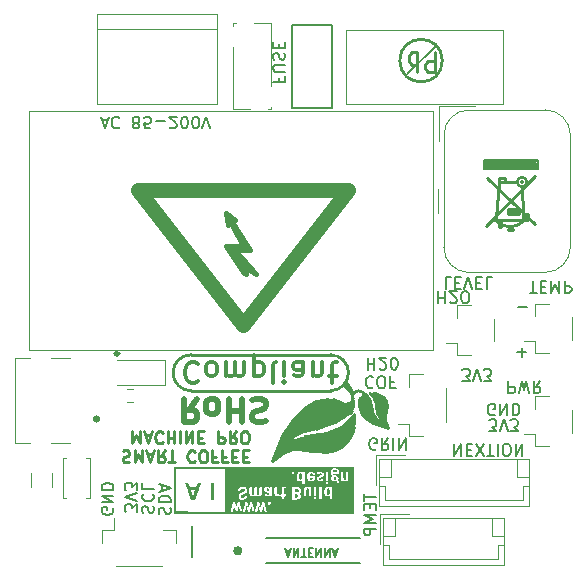
<source format=gbr>
%TF.GenerationSoftware,KiCad,Pcbnew,(6.0.9)*%
%TF.CreationDate,2022-12-23T18:09:19+01:00*%
%TF.ProjectId,Home Automation Coffee Machine PRO,486f6d65-2041-4757-946f-6d6174696f6e,5.3*%
%TF.SameCoordinates,Original*%
%TF.FileFunction,Legend,Bot*%
%TF.FilePolarity,Positive*%
%FSLAX46Y46*%
G04 Gerber Fmt 4.6, Leading zero omitted, Abs format (unit mm)*
G04 Created by KiCad (PCBNEW (6.0.9)) date 2022-12-23 18:09:19*
%MOMM*%
%LPD*%
G01*
G04 APERTURE LIST*
%ADD10C,0.150000*%
%ADD11C,0.200000*%
%ADD12C,0.280000*%
%ADD13C,0.250000*%
%ADD14C,0.500000*%
%ADD15C,0.350000*%
%ADD16C,0.254000*%
%ADD17C,0.120000*%
%ADD18C,0.127000*%
%ADD19C,0.381000*%
%ADD20C,1.270000*%
%ADD21C,0.508000*%
%ADD22C,0.300000*%
G04 APERTURE END LIST*
D10*
X147514285Y-100227619D02*
X147514285Y-101227619D01*
X147514285Y-100751428D02*
X148085714Y-100751428D01*
X148085714Y-100227619D02*
X148085714Y-101227619D01*
X148514285Y-101132380D02*
X148561904Y-101180000D01*
X148657142Y-101227619D01*
X148895238Y-101227619D01*
X148990476Y-101180000D01*
X149038095Y-101132380D01*
X149085714Y-101037142D01*
X149085714Y-100941904D01*
X149038095Y-100799047D01*
X148466666Y-100227619D01*
X149085714Y-100227619D01*
X149704761Y-101227619D02*
X149895238Y-101227619D01*
X149990476Y-101180000D01*
X150085714Y-101084761D01*
X150133333Y-100894285D01*
X150133333Y-100560952D01*
X150085714Y-100370476D01*
X149990476Y-100275238D01*
X149895238Y-100227619D01*
X149704761Y-100227619D01*
X149609523Y-100275238D01*
X149514285Y-100370476D01*
X149466666Y-100560952D01*
X149466666Y-100894285D01*
X149514285Y-101084761D01*
X149609523Y-101180000D01*
X149704761Y-101227619D01*
X153456666Y-107837619D02*
X153456666Y-108837619D01*
X153837619Y-108837619D01*
X153932857Y-108790000D01*
X153980476Y-108742380D01*
X154028095Y-108647142D01*
X154028095Y-108504285D01*
X153980476Y-108409047D01*
X153932857Y-108361428D01*
X153837619Y-108313809D01*
X153456666Y-108313809D01*
X154361428Y-108837619D02*
X154599523Y-107837619D01*
X154790000Y-108551904D01*
X154980476Y-107837619D01*
X155218571Y-108837619D01*
X156170952Y-107837619D02*
X155837619Y-108313809D01*
X155599523Y-107837619D02*
X155599523Y-108837619D01*
X155980476Y-108837619D01*
X156075714Y-108790000D01*
X156123333Y-108742380D01*
X156170952Y-108647142D01*
X156170952Y-108504285D01*
X156123333Y-108409047D01*
X156075714Y-108361428D01*
X155980476Y-108313809D01*
X155599523Y-108313809D01*
X155280476Y-100327619D02*
X155851904Y-100327619D01*
X155566190Y-99327619D02*
X155566190Y-100327619D01*
X156185238Y-99851428D02*
X156518571Y-99851428D01*
X156661428Y-99327619D02*
X156185238Y-99327619D01*
X156185238Y-100327619D01*
X156661428Y-100327619D01*
X157090000Y-99327619D02*
X157090000Y-100327619D01*
X157423333Y-99613333D01*
X157756666Y-100327619D01*
X157756666Y-99327619D01*
X158232857Y-99327619D02*
X158232857Y-100327619D01*
X158613809Y-100327619D01*
X158709047Y-100280000D01*
X158756666Y-100232380D01*
X158804285Y-100137142D01*
X158804285Y-99994285D01*
X158756666Y-99899047D01*
X158709047Y-99851428D01*
X158613809Y-99803809D01*
X158232857Y-99803809D01*
D11*
X155070952Y-101571428D02*
X154309047Y-101571428D01*
X154990952Y-105381428D02*
X154229047Y-105381428D01*
X154610000Y-105762380D02*
X154610000Y-105000476D01*
D12*
X118771050Y-111030000D02*
G75*
G03*
X118771050Y-111030000I-191050J0D01*
G01*
D13*
X120805714Y-113750238D02*
X120948571Y-113702619D01*
X121186666Y-113702619D01*
X121281904Y-113750238D01*
X121329523Y-113797857D01*
X121377142Y-113893095D01*
X121377142Y-113988333D01*
X121329523Y-114083571D01*
X121281904Y-114131190D01*
X121186666Y-114178809D01*
X120996190Y-114226428D01*
X120900952Y-114274047D01*
X120853333Y-114321666D01*
X120805714Y-114416904D01*
X120805714Y-114512142D01*
X120853333Y-114607380D01*
X120900952Y-114655000D01*
X120996190Y-114702619D01*
X121234285Y-114702619D01*
X121377142Y-114655000D01*
X121805714Y-113702619D02*
X121805714Y-114702619D01*
X122139047Y-113988333D01*
X122472380Y-114702619D01*
X122472380Y-113702619D01*
X122900952Y-113988333D02*
X123377142Y-113988333D01*
X122805714Y-113702619D02*
X123139047Y-114702619D01*
X123472380Y-113702619D01*
X124377142Y-113702619D02*
X124043809Y-114178809D01*
X123805714Y-113702619D02*
X123805714Y-114702619D01*
X124186666Y-114702619D01*
X124281904Y-114655000D01*
X124329523Y-114607380D01*
X124377142Y-114512142D01*
X124377142Y-114369285D01*
X124329523Y-114274047D01*
X124281904Y-114226428D01*
X124186666Y-114178809D01*
X123805714Y-114178809D01*
X124662857Y-114702619D02*
X125234285Y-114702619D01*
X124948571Y-113702619D02*
X124948571Y-114702619D01*
X126900952Y-113797857D02*
X126853333Y-113750238D01*
X126710476Y-113702619D01*
X126615238Y-113702619D01*
X126472380Y-113750238D01*
X126377142Y-113845476D01*
X126329523Y-113940714D01*
X126281904Y-114131190D01*
X126281904Y-114274047D01*
X126329523Y-114464523D01*
X126377142Y-114559761D01*
X126472380Y-114655000D01*
X126615238Y-114702619D01*
X126710476Y-114702619D01*
X126853333Y-114655000D01*
X126900952Y-114607380D01*
X127520000Y-114702619D02*
X127710476Y-114702619D01*
X127805714Y-114655000D01*
X127900952Y-114559761D01*
X127948571Y-114369285D01*
X127948571Y-114035952D01*
X127900952Y-113845476D01*
X127805714Y-113750238D01*
X127710476Y-113702619D01*
X127520000Y-113702619D01*
X127424761Y-113750238D01*
X127329523Y-113845476D01*
X127281904Y-114035952D01*
X127281904Y-114369285D01*
X127329523Y-114559761D01*
X127424761Y-114655000D01*
X127520000Y-114702619D01*
X128710476Y-114226428D02*
X128377142Y-114226428D01*
X128377142Y-113702619D02*
X128377142Y-114702619D01*
X128853333Y-114702619D01*
X129567619Y-114226428D02*
X129234285Y-114226428D01*
X129234285Y-113702619D02*
X129234285Y-114702619D01*
X129710476Y-114702619D01*
X130091428Y-114226428D02*
X130424761Y-114226428D01*
X130567619Y-113702619D02*
X130091428Y-113702619D01*
X130091428Y-114702619D01*
X130567619Y-114702619D01*
X130996190Y-114226428D02*
X131329523Y-114226428D01*
X131472380Y-113702619D02*
X130996190Y-113702619D01*
X130996190Y-114702619D01*
X131472380Y-114702619D01*
X121615238Y-112092619D02*
X121615238Y-113092619D01*
X121948571Y-112378333D01*
X122281904Y-113092619D01*
X122281904Y-112092619D01*
X122710476Y-112378333D02*
X123186666Y-112378333D01*
X122615238Y-112092619D02*
X122948571Y-113092619D01*
X123281904Y-112092619D01*
X124186666Y-112187857D02*
X124139047Y-112140238D01*
X123996190Y-112092619D01*
X123900952Y-112092619D01*
X123758095Y-112140238D01*
X123662857Y-112235476D01*
X123615238Y-112330714D01*
X123567619Y-112521190D01*
X123567619Y-112664047D01*
X123615238Y-112854523D01*
X123662857Y-112949761D01*
X123758095Y-113045000D01*
X123900952Y-113092619D01*
X123996190Y-113092619D01*
X124139047Y-113045000D01*
X124186666Y-112997380D01*
X124615238Y-112092619D02*
X124615238Y-113092619D01*
X124615238Y-112616428D02*
X125186666Y-112616428D01*
X125186666Y-112092619D02*
X125186666Y-113092619D01*
X125662857Y-112092619D02*
X125662857Y-113092619D01*
X126139047Y-112092619D02*
X126139047Y-113092619D01*
X126710476Y-112092619D01*
X126710476Y-113092619D01*
X127186666Y-112616428D02*
X127520000Y-112616428D01*
X127662857Y-112092619D02*
X127186666Y-112092619D01*
X127186666Y-113092619D01*
X127662857Y-113092619D01*
X128853333Y-112092619D02*
X128853333Y-113092619D01*
X129234285Y-113092619D01*
X129329523Y-113045000D01*
X129377142Y-112997380D01*
X129424761Y-112902142D01*
X129424761Y-112759285D01*
X129377142Y-112664047D01*
X129329523Y-112616428D01*
X129234285Y-112568809D01*
X128853333Y-112568809D01*
X130424761Y-112092619D02*
X130091428Y-112568809D01*
X129853333Y-112092619D02*
X129853333Y-113092619D01*
X130234285Y-113092619D01*
X130329523Y-113045000D01*
X130377142Y-112997380D01*
X130424761Y-112902142D01*
X130424761Y-112759285D01*
X130377142Y-112664047D01*
X130329523Y-112616428D01*
X130234285Y-112568809D01*
X129853333Y-112568809D01*
X131043809Y-113092619D02*
X131234285Y-113092619D01*
X131329523Y-113045000D01*
X131424761Y-112949761D01*
X131472380Y-112759285D01*
X131472380Y-112425952D01*
X131424761Y-112235476D01*
X131329523Y-112140238D01*
X131234285Y-112092619D01*
X131043809Y-112092619D01*
X130948571Y-112140238D01*
X130853333Y-112235476D01*
X130805714Y-112425952D01*
X130805714Y-112759285D01*
X130853333Y-112949761D01*
X130948571Y-113045000D01*
X131043809Y-113092619D01*
D10*
X119970000Y-118561904D02*
X120017619Y-118657142D01*
X120017619Y-118800000D01*
X119970000Y-118942857D01*
X119874761Y-119038095D01*
X119779523Y-119085714D01*
X119589047Y-119133333D01*
X119446190Y-119133333D01*
X119255714Y-119085714D01*
X119160476Y-119038095D01*
X119065238Y-118942857D01*
X119017619Y-118800000D01*
X119017619Y-118704761D01*
X119065238Y-118561904D01*
X119112857Y-118514285D01*
X119446190Y-118514285D01*
X119446190Y-118704761D01*
X119017619Y-118085714D02*
X120017619Y-118085714D01*
X119017619Y-117514285D01*
X120017619Y-117514285D01*
X119017619Y-117038095D02*
X120017619Y-117038095D01*
X120017619Y-116800000D01*
X119970000Y-116657142D01*
X119874761Y-116561904D01*
X119779523Y-116514285D01*
X119589047Y-116466666D01*
X119446190Y-116466666D01*
X119255714Y-116514285D01*
X119160476Y-116561904D01*
X119065238Y-116657142D01*
X119017619Y-116800000D01*
X119017619Y-117038095D01*
X123905238Y-119104285D02*
X123857619Y-118961428D01*
X123857619Y-118723333D01*
X123905238Y-118628095D01*
X123952857Y-118580476D01*
X124048095Y-118532857D01*
X124143333Y-118532857D01*
X124238571Y-118580476D01*
X124286190Y-118628095D01*
X124333809Y-118723333D01*
X124381428Y-118913809D01*
X124429047Y-119009047D01*
X124476666Y-119056666D01*
X124571904Y-119104285D01*
X124667142Y-119104285D01*
X124762380Y-119056666D01*
X124810000Y-119009047D01*
X124857619Y-118913809D01*
X124857619Y-118675714D01*
X124810000Y-118532857D01*
X123857619Y-118104285D02*
X124857619Y-118104285D01*
X124857619Y-117866190D01*
X124810000Y-117723333D01*
X124714761Y-117628095D01*
X124619523Y-117580476D01*
X124429047Y-117532857D01*
X124286190Y-117532857D01*
X124095714Y-117580476D01*
X124000476Y-117628095D01*
X123905238Y-117723333D01*
X123857619Y-117866190D01*
X123857619Y-118104285D01*
X124143333Y-117151904D02*
X124143333Y-116675714D01*
X123857619Y-117247142D02*
X124857619Y-116913809D01*
X123857619Y-116580476D01*
X151821904Y-112067619D02*
X152440952Y-112067619D01*
X152107619Y-111686666D01*
X152250476Y-111686666D01*
X152345714Y-111639047D01*
X152393333Y-111591428D01*
X152440952Y-111496190D01*
X152440952Y-111258095D01*
X152393333Y-111162857D01*
X152345714Y-111115238D01*
X152250476Y-111067619D01*
X151964761Y-111067619D01*
X151869523Y-111115238D01*
X151821904Y-111162857D01*
X152726666Y-112067619D02*
X153060000Y-111067619D01*
X153393333Y-112067619D01*
X153631428Y-112067619D02*
X154250476Y-112067619D01*
X153917142Y-111686666D01*
X154060000Y-111686666D01*
X154155238Y-111639047D01*
X154202857Y-111591428D01*
X154250476Y-111496190D01*
X154250476Y-111258095D01*
X154202857Y-111162857D01*
X154155238Y-111115238D01*
X154060000Y-111067619D01*
X153774285Y-111067619D01*
X153679047Y-111115238D01*
X153631428Y-111162857D01*
X141551904Y-105847619D02*
X141551904Y-106847619D01*
X141551904Y-106371428D02*
X142123333Y-106371428D01*
X142123333Y-105847619D02*
X142123333Y-106847619D01*
X142551904Y-106752380D02*
X142599523Y-106800000D01*
X142694761Y-106847619D01*
X142932857Y-106847619D01*
X143028095Y-106800000D01*
X143075714Y-106752380D01*
X143123333Y-106657142D01*
X143123333Y-106561904D01*
X143075714Y-106419047D01*
X142504285Y-105847619D01*
X143123333Y-105847619D01*
X143742380Y-106847619D02*
X143837619Y-106847619D01*
X143932857Y-106800000D01*
X143980476Y-106752380D01*
X144028095Y-106657142D01*
X144075714Y-106466666D01*
X144075714Y-106228571D01*
X144028095Y-106038095D01*
X143980476Y-105942857D01*
X143932857Y-105895238D01*
X143837619Y-105847619D01*
X143742380Y-105847619D01*
X143647142Y-105895238D01*
X143599523Y-105942857D01*
X143551904Y-106038095D01*
X143504285Y-106228571D01*
X143504285Y-106466666D01*
X143551904Y-106657142D01*
X143599523Y-106752380D01*
X143647142Y-106800000D01*
X143742380Y-106847619D01*
X148879047Y-113147619D02*
X148879047Y-114147619D01*
X149450476Y-113147619D01*
X149450476Y-114147619D01*
X149926666Y-113671428D02*
X150260000Y-113671428D01*
X150402857Y-113147619D02*
X149926666Y-113147619D01*
X149926666Y-114147619D01*
X150402857Y-114147619D01*
X150736190Y-114147619D02*
X151402857Y-113147619D01*
X151402857Y-114147619D02*
X150736190Y-113147619D01*
X151640952Y-114147619D02*
X152212380Y-114147619D01*
X151926666Y-113147619D02*
X151926666Y-114147619D01*
X152545714Y-113147619D02*
X152545714Y-114147619D01*
X153212380Y-114147619D02*
X153402857Y-114147619D01*
X153498095Y-114100000D01*
X153593333Y-114004761D01*
X153640952Y-113814285D01*
X153640952Y-113480952D01*
X153593333Y-113290476D01*
X153498095Y-113195238D01*
X153402857Y-113147619D01*
X153212380Y-113147619D01*
X153117142Y-113195238D01*
X153021904Y-113290476D01*
X152974285Y-113480952D01*
X152974285Y-113814285D01*
X153021904Y-114004761D01*
X153117142Y-114100000D01*
X153212380Y-114147619D01*
X154069523Y-113147619D02*
X154069523Y-114147619D01*
X154640952Y-113147619D01*
X154640952Y-114147619D01*
X134071428Y-82139523D02*
X134071428Y-82472857D01*
X133547619Y-82472857D02*
X134547619Y-82472857D01*
X134547619Y-81996666D01*
X134547619Y-81615714D02*
X133738095Y-81615714D01*
X133642857Y-81568095D01*
X133595238Y-81520476D01*
X133547619Y-81425238D01*
X133547619Y-81234761D01*
X133595238Y-81139523D01*
X133642857Y-81091904D01*
X133738095Y-81044285D01*
X134547619Y-81044285D01*
X133595238Y-80615714D02*
X133547619Y-80472857D01*
X133547619Y-80234761D01*
X133595238Y-80139523D01*
X133642857Y-80091904D01*
X133738095Y-80044285D01*
X133833333Y-80044285D01*
X133928571Y-80091904D01*
X133976190Y-80139523D01*
X134023809Y-80234761D01*
X134071428Y-80425238D01*
X134119047Y-80520476D01*
X134166666Y-80568095D01*
X134261904Y-80615714D01*
X134357142Y-80615714D01*
X134452380Y-80568095D01*
X134500000Y-80520476D01*
X134547619Y-80425238D01*
X134547619Y-80187142D01*
X134500000Y-80044285D01*
X134071428Y-79615714D02*
X134071428Y-79282380D01*
X133547619Y-79139523D02*
X133547619Y-79615714D01*
X134547619Y-79615714D01*
X134547619Y-79139523D01*
X149561904Y-107797619D02*
X150180952Y-107797619D01*
X149847619Y-107416666D01*
X149990476Y-107416666D01*
X150085714Y-107369047D01*
X150133333Y-107321428D01*
X150180952Y-107226190D01*
X150180952Y-106988095D01*
X150133333Y-106892857D01*
X150085714Y-106845238D01*
X149990476Y-106797619D01*
X149704761Y-106797619D01*
X149609523Y-106845238D01*
X149561904Y-106892857D01*
X150466666Y-107797619D02*
X150800000Y-106797619D01*
X151133333Y-107797619D01*
X151371428Y-107797619D02*
X151990476Y-107797619D01*
X151657142Y-107416666D01*
X151800000Y-107416666D01*
X151895238Y-107369047D01*
X151942857Y-107321428D01*
X151990476Y-107226190D01*
X151990476Y-106988095D01*
X151942857Y-106892857D01*
X151895238Y-106845238D01*
X151800000Y-106797619D01*
X151514285Y-106797619D01*
X151419047Y-106845238D01*
X151371428Y-106892857D01*
X121987619Y-118878095D02*
X121987619Y-118259047D01*
X121606666Y-118592380D01*
X121606666Y-118449523D01*
X121559047Y-118354285D01*
X121511428Y-118306666D01*
X121416190Y-118259047D01*
X121178095Y-118259047D01*
X121082857Y-118306666D01*
X121035238Y-118354285D01*
X120987619Y-118449523D01*
X120987619Y-118735238D01*
X121035238Y-118830476D01*
X121082857Y-118878095D01*
X121987619Y-117973333D02*
X120987619Y-117640000D01*
X121987619Y-117306666D01*
X121987619Y-117068571D02*
X121987619Y-116449523D01*
X121606666Y-116782857D01*
X121606666Y-116640000D01*
X121559047Y-116544761D01*
X121511428Y-116497142D01*
X121416190Y-116449523D01*
X121178095Y-116449523D01*
X121082857Y-116497142D01*
X121035238Y-116544761D01*
X120987619Y-116640000D01*
X120987619Y-116925714D01*
X121035238Y-117020952D01*
X121082857Y-117068571D01*
X141242380Y-117370476D02*
X141242380Y-117941904D01*
X142242380Y-117656190D02*
X141242380Y-117656190D01*
X141718571Y-118275238D02*
X141718571Y-118608571D01*
X142242380Y-118751428D02*
X142242380Y-118275238D01*
X141242380Y-118275238D01*
X141242380Y-118751428D01*
X142242380Y-119180000D02*
X141242380Y-119180000D01*
X141956666Y-119513333D01*
X141242380Y-119846666D01*
X142242380Y-119846666D01*
X142242380Y-120322857D02*
X141242380Y-120322857D01*
X141242380Y-120703809D01*
X141290000Y-120799047D01*
X141337619Y-120846666D01*
X141432857Y-120894285D01*
X141575714Y-120894285D01*
X141670952Y-120846666D01*
X141718571Y-120799047D01*
X141766190Y-120703809D01*
X141766190Y-120322857D01*
X141987142Y-107512857D02*
X141939523Y-107465238D01*
X141796666Y-107417619D01*
X141701428Y-107417619D01*
X141558571Y-107465238D01*
X141463333Y-107560476D01*
X141415714Y-107655714D01*
X141368095Y-107846190D01*
X141368095Y-107989047D01*
X141415714Y-108179523D01*
X141463333Y-108274761D01*
X141558571Y-108370000D01*
X141701428Y-108417619D01*
X141796666Y-108417619D01*
X141939523Y-108370000D01*
X141987142Y-108322380D01*
X142606190Y-108417619D02*
X142796666Y-108417619D01*
X142891904Y-108370000D01*
X142987142Y-108274761D01*
X143034761Y-108084285D01*
X143034761Y-107750952D01*
X142987142Y-107560476D01*
X142891904Y-107465238D01*
X142796666Y-107417619D01*
X142606190Y-107417619D01*
X142510952Y-107465238D01*
X142415714Y-107560476D01*
X142368095Y-107750952D01*
X142368095Y-108084285D01*
X142415714Y-108274761D01*
X142510952Y-108370000D01*
X142606190Y-108417619D01*
X143796666Y-107941428D02*
X143463333Y-107941428D01*
X143463333Y-107417619D02*
X143463333Y-108417619D01*
X143939523Y-108417619D01*
X148621428Y-99017619D02*
X148145238Y-99017619D01*
X148145238Y-100017619D01*
X148954761Y-99541428D02*
X149288095Y-99541428D01*
X149430952Y-99017619D02*
X148954761Y-99017619D01*
X148954761Y-100017619D01*
X149430952Y-100017619D01*
X149716666Y-100017619D02*
X150050000Y-99017619D01*
X150383333Y-100017619D01*
X150716666Y-99541428D02*
X151050000Y-99541428D01*
X151192857Y-99017619D02*
X150716666Y-99017619D01*
X150716666Y-100017619D01*
X151192857Y-100017619D01*
X152097619Y-99017619D02*
X151621428Y-99017619D01*
X151621428Y-100017619D01*
D11*
X119032380Y-85723333D02*
X119508571Y-85723333D01*
X118937142Y-85437619D02*
X119270476Y-86437619D01*
X119603809Y-85437619D01*
X120508571Y-85532857D02*
X120460952Y-85485238D01*
X120318095Y-85437619D01*
X120222857Y-85437619D01*
X120080000Y-85485238D01*
X119984761Y-85580476D01*
X119937142Y-85675714D01*
X119889523Y-85866190D01*
X119889523Y-86009047D01*
X119937142Y-86199523D01*
X119984761Y-86294761D01*
X120080000Y-86390000D01*
X120222857Y-86437619D01*
X120318095Y-86437619D01*
X120460952Y-86390000D01*
X120508571Y-86342380D01*
X121841904Y-86009047D02*
X121746666Y-86056666D01*
X121699047Y-86104285D01*
X121651428Y-86199523D01*
X121651428Y-86247142D01*
X121699047Y-86342380D01*
X121746666Y-86390000D01*
X121841904Y-86437619D01*
X122032380Y-86437619D01*
X122127619Y-86390000D01*
X122175238Y-86342380D01*
X122222857Y-86247142D01*
X122222857Y-86199523D01*
X122175238Y-86104285D01*
X122127619Y-86056666D01*
X122032380Y-86009047D01*
X121841904Y-86009047D01*
X121746666Y-85961428D01*
X121699047Y-85913809D01*
X121651428Y-85818571D01*
X121651428Y-85628095D01*
X121699047Y-85532857D01*
X121746666Y-85485238D01*
X121841904Y-85437619D01*
X122032380Y-85437619D01*
X122127619Y-85485238D01*
X122175238Y-85532857D01*
X122222857Y-85628095D01*
X122222857Y-85818571D01*
X122175238Y-85913809D01*
X122127619Y-85961428D01*
X122032380Y-86009047D01*
X123127619Y-86437619D02*
X122651428Y-86437619D01*
X122603809Y-85961428D01*
X122651428Y-86009047D01*
X122746666Y-86056666D01*
X122984761Y-86056666D01*
X123080000Y-86009047D01*
X123127619Y-85961428D01*
X123175238Y-85866190D01*
X123175238Y-85628095D01*
X123127619Y-85532857D01*
X123080000Y-85485238D01*
X122984761Y-85437619D01*
X122746666Y-85437619D01*
X122651428Y-85485238D01*
X122603809Y-85532857D01*
X123603809Y-85818571D02*
X124365714Y-85818571D01*
X124794285Y-86342380D02*
X124841904Y-86390000D01*
X124937142Y-86437619D01*
X125175238Y-86437619D01*
X125270476Y-86390000D01*
X125318095Y-86342380D01*
X125365714Y-86247142D01*
X125365714Y-86151904D01*
X125318095Y-86009047D01*
X124746666Y-85437619D01*
X125365714Y-85437619D01*
X125984761Y-86437619D02*
X126080000Y-86437619D01*
X126175238Y-86390000D01*
X126222857Y-86342380D01*
X126270476Y-86247142D01*
X126318095Y-86056666D01*
X126318095Y-85818571D01*
X126270476Y-85628095D01*
X126222857Y-85532857D01*
X126175238Y-85485238D01*
X126080000Y-85437619D01*
X125984761Y-85437619D01*
X125889523Y-85485238D01*
X125841904Y-85532857D01*
X125794285Y-85628095D01*
X125746666Y-85818571D01*
X125746666Y-86056666D01*
X125794285Y-86247142D01*
X125841904Y-86342380D01*
X125889523Y-86390000D01*
X125984761Y-86437619D01*
X126937142Y-86437619D02*
X127032380Y-86437619D01*
X127127619Y-86390000D01*
X127175238Y-86342380D01*
X127222857Y-86247142D01*
X127270476Y-86056666D01*
X127270476Y-85818571D01*
X127222857Y-85628095D01*
X127175238Y-85532857D01*
X127127619Y-85485238D01*
X127032380Y-85437619D01*
X126937142Y-85437619D01*
X126841904Y-85485238D01*
X126794285Y-85532857D01*
X126746666Y-85628095D01*
X126699047Y-85818571D01*
X126699047Y-86056666D01*
X126746666Y-86247142D01*
X126794285Y-86342380D01*
X126841904Y-86390000D01*
X126937142Y-86437619D01*
X127556190Y-86437619D02*
X127889523Y-85437619D01*
X128222857Y-86437619D01*
D10*
X152288095Y-110680000D02*
X152192857Y-110727619D01*
X152050000Y-110727619D01*
X151907142Y-110680000D01*
X151811904Y-110584761D01*
X151764285Y-110489523D01*
X151716666Y-110299047D01*
X151716666Y-110156190D01*
X151764285Y-109965714D01*
X151811904Y-109870476D01*
X151907142Y-109775238D01*
X152050000Y-109727619D01*
X152145238Y-109727619D01*
X152288095Y-109775238D01*
X152335714Y-109822857D01*
X152335714Y-110156190D01*
X152145238Y-110156190D01*
X152764285Y-109727619D02*
X152764285Y-110727619D01*
X153335714Y-109727619D01*
X153335714Y-110727619D01*
X153811904Y-109727619D02*
X153811904Y-110727619D01*
X154050000Y-110727619D01*
X154192857Y-110680000D01*
X154288095Y-110584761D01*
X154335714Y-110489523D01*
X154383333Y-110299047D01*
X154383333Y-110156190D01*
X154335714Y-109965714D01*
X154288095Y-109870476D01*
X154192857Y-109775238D01*
X154050000Y-109727619D01*
X153811904Y-109727619D01*
X142250000Y-113600000D02*
X142154761Y-113647619D01*
X142011904Y-113647619D01*
X141869047Y-113600000D01*
X141773809Y-113504761D01*
X141726190Y-113409523D01*
X141678571Y-113219047D01*
X141678571Y-113076190D01*
X141726190Y-112885714D01*
X141773809Y-112790476D01*
X141869047Y-112695238D01*
X142011904Y-112647619D01*
X142107142Y-112647619D01*
X142250000Y-112695238D01*
X142297619Y-112742857D01*
X142297619Y-113076190D01*
X142107142Y-113076190D01*
X143297619Y-112647619D02*
X142964285Y-113123809D01*
X142726190Y-112647619D02*
X142726190Y-113647619D01*
X143107142Y-113647619D01*
X143202380Y-113600000D01*
X143250000Y-113552380D01*
X143297619Y-113457142D01*
X143297619Y-113314285D01*
X143250000Y-113219047D01*
X143202380Y-113171428D01*
X143107142Y-113123809D01*
X142726190Y-113123809D01*
X143726190Y-112647619D02*
X143726190Y-113647619D01*
X144202380Y-112647619D02*
X144202380Y-113647619D01*
X144773809Y-112647619D01*
X144773809Y-113647619D01*
X122485238Y-118970476D02*
X122437619Y-118827619D01*
X122437619Y-118589523D01*
X122485238Y-118494285D01*
X122532857Y-118446666D01*
X122628095Y-118399047D01*
X122723333Y-118399047D01*
X122818571Y-118446666D01*
X122866190Y-118494285D01*
X122913809Y-118589523D01*
X122961428Y-118780000D01*
X123009047Y-118875238D01*
X123056666Y-118922857D01*
X123151904Y-118970476D01*
X123247142Y-118970476D01*
X123342380Y-118922857D01*
X123390000Y-118875238D01*
X123437619Y-118780000D01*
X123437619Y-118541904D01*
X123390000Y-118399047D01*
X122532857Y-117399047D02*
X122485238Y-117446666D01*
X122437619Y-117589523D01*
X122437619Y-117684761D01*
X122485238Y-117827619D01*
X122580476Y-117922857D01*
X122675714Y-117970476D01*
X122866190Y-118018095D01*
X123009047Y-118018095D01*
X123199523Y-117970476D01*
X123294761Y-117922857D01*
X123390000Y-117827619D01*
X123437619Y-117684761D01*
X123437619Y-117589523D01*
X123390000Y-117446666D01*
X123342380Y-117399047D01*
X122437619Y-116494285D02*
X122437619Y-116970476D01*
X123437619Y-116970476D01*
X134650000Y-122183333D02*
X134983333Y-122183333D01*
X134583333Y-121983333D02*
X134816666Y-122683333D01*
X135050000Y-121983333D01*
X135283333Y-121983333D02*
X135283333Y-122683333D01*
X135683333Y-121983333D01*
X135683333Y-122683333D01*
X135916666Y-122683333D02*
X136316666Y-122683333D01*
X136116666Y-121983333D02*
X136116666Y-122683333D01*
X136550000Y-122350000D02*
X136783333Y-122350000D01*
X136883333Y-121983333D02*
X136550000Y-121983333D01*
X136550000Y-122683333D01*
X136883333Y-122683333D01*
X137183333Y-121983333D02*
X137183333Y-122683333D01*
X137583333Y-121983333D01*
X137583333Y-122683333D01*
X137916666Y-121983333D02*
X137916666Y-122683333D01*
X138316666Y-121983333D01*
X138316666Y-122683333D01*
X138616666Y-122183333D02*
X138950000Y-122183333D01*
X138550000Y-121983333D02*
X138783333Y-122683333D01*
X139016666Y-121983333D01*
D14*
%TO.C,Sign-RoHS*%
X127098785Y-109318738D02*
X126432119Y-110271119D01*
X125955928Y-109318738D02*
X125955928Y-111318738D01*
X126717833Y-111318738D01*
X126908309Y-111223500D01*
X127003547Y-111128261D01*
X127098785Y-110937785D01*
X127098785Y-110652071D01*
X127003547Y-110461595D01*
X126908309Y-110366357D01*
X126717833Y-110271119D01*
X125955928Y-110271119D01*
X128241642Y-109318738D02*
X128051166Y-109413976D01*
X127955928Y-109509214D01*
X127860690Y-109699690D01*
X127860690Y-110271119D01*
X127955928Y-110461595D01*
X128051166Y-110556833D01*
X128241642Y-110652071D01*
X128527357Y-110652071D01*
X128717833Y-110556833D01*
X128813071Y-110461595D01*
X128908309Y-110271119D01*
X128908309Y-109699690D01*
X128813071Y-109509214D01*
X128717833Y-109413976D01*
X128527357Y-109318738D01*
X128241642Y-109318738D01*
X129765452Y-109318738D02*
X129765452Y-111318738D01*
X129765452Y-110366357D02*
X130908309Y-110366357D01*
X130908309Y-109318738D02*
X130908309Y-111318738D01*
X131765452Y-109413976D02*
X132051166Y-109318738D01*
X132527357Y-109318738D01*
X132717833Y-109413976D01*
X132813071Y-109509214D01*
X132908309Y-109699690D01*
X132908309Y-109890166D01*
X132813071Y-110080642D01*
X132717833Y-110175880D01*
X132527357Y-110271119D01*
X132146404Y-110366357D01*
X131955928Y-110461595D01*
X131860690Y-110556833D01*
X131765452Y-110747309D01*
X131765452Y-110937785D01*
X131860690Y-111128261D01*
X131955928Y-111223500D01*
X132146404Y-111318738D01*
X132622595Y-111318738D01*
X132908309Y-111223500D01*
D15*
X127145166Y-106418500D02*
X127060500Y-106333833D01*
X126806500Y-106249166D01*
X126637166Y-106249166D01*
X126383166Y-106333833D01*
X126213833Y-106503166D01*
X126129166Y-106672500D01*
X126044500Y-107011166D01*
X126044500Y-107265166D01*
X126129166Y-107603833D01*
X126213833Y-107773166D01*
X126383166Y-107942500D01*
X126637166Y-108027166D01*
X126806500Y-108027166D01*
X127060500Y-107942500D01*
X127145166Y-107857833D01*
X128161166Y-106249166D02*
X127991833Y-106333833D01*
X127907166Y-106418500D01*
X127822500Y-106587833D01*
X127822500Y-107095833D01*
X127907166Y-107265166D01*
X127991833Y-107349833D01*
X128161166Y-107434500D01*
X128415166Y-107434500D01*
X128584500Y-107349833D01*
X128669166Y-107265166D01*
X128753833Y-107095833D01*
X128753833Y-106587833D01*
X128669166Y-106418500D01*
X128584500Y-106333833D01*
X128415166Y-106249166D01*
X128161166Y-106249166D01*
X129515833Y-106249166D02*
X129515833Y-107434500D01*
X129515833Y-107265166D02*
X129600500Y-107349833D01*
X129769833Y-107434500D01*
X130023833Y-107434500D01*
X130193166Y-107349833D01*
X130277833Y-107180500D01*
X130277833Y-106249166D01*
X130277833Y-107180500D02*
X130362500Y-107349833D01*
X130531833Y-107434500D01*
X130785833Y-107434500D01*
X130955166Y-107349833D01*
X131039833Y-107180500D01*
X131039833Y-106249166D01*
X131886500Y-107434500D02*
X131886500Y-105656500D01*
X131886500Y-107349833D02*
X132055833Y-107434500D01*
X132394500Y-107434500D01*
X132563833Y-107349833D01*
X132648500Y-107265166D01*
X132733166Y-107095833D01*
X132733166Y-106587833D01*
X132648500Y-106418500D01*
X132563833Y-106333833D01*
X132394500Y-106249166D01*
X132055833Y-106249166D01*
X131886500Y-106333833D01*
X133749166Y-106249166D02*
X133579833Y-106333833D01*
X133495166Y-106503166D01*
X133495166Y-108027166D01*
X134426500Y-106249166D02*
X134426500Y-107434500D01*
X134426500Y-108027166D02*
X134341833Y-107942500D01*
X134426500Y-107857833D01*
X134511166Y-107942500D01*
X134426500Y-108027166D01*
X134426500Y-107857833D01*
X136035166Y-106249166D02*
X136035166Y-107180500D01*
X135950500Y-107349833D01*
X135781166Y-107434500D01*
X135442500Y-107434500D01*
X135273166Y-107349833D01*
X136035166Y-106333833D02*
X135865833Y-106249166D01*
X135442500Y-106249166D01*
X135273166Y-106333833D01*
X135188500Y-106503166D01*
X135188500Y-106672500D01*
X135273166Y-106841833D01*
X135442500Y-106926500D01*
X135865833Y-106926500D01*
X136035166Y-107011166D01*
X136881833Y-107434500D02*
X136881833Y-106249166D01*
X136881833Y-107265166D02*
X136966500Y-107349833D01*
X137135833Y-107434500D01*
X137389833Y-107434500D01*
X137559166Y-107349833D01*
X137643833Y-107180500D01*
X137643833Y-106249166D01*
X138236500Y-107434500D02*
X138913833Y-107434500D01*
X138490500Y-108027166D02*
X138490500Y-106503166D01*
X138575166Y-106333833D01*
X138744500Y-106249166D01*
X138913833Y-106249166D01*
D16*
%TO.C,Sign-PbFree*%
X147255068Y-79946232D02*
X147255068Y-81646232D01*
X146683640Y-81646232D01*
X146540782Y-81565280D01*
X146469354Y-81484327D01*
X146397925Y-81322422D01*
X146397925Y-81079565D01*
X146469354Y-80917660D01*
X146540782Y-80836708D01*
X146683640Y-80755756D01*
X147255068Y-80755756D01*
X145755068Y-79946232D02*
X145755068Y-81646232D01*
X145755068Y-80998613D02*
X145612211Y-81079565D01*
X145326497Y-81079565D01*
X145183640Y-80998613D01*
X145112211Y-80917660D01*
X145040782Y-80755756D01*
X145040782Y-80270041D01*
X145112211Y-80108137D01*
X145183640Y-80027184D01*
X145326497Y-79946232D01*
X145612211Y-79946232D01*
X145755068Y-80027184D01*
%TO.C,G\u002A\u002A\u002A*%
G36*
X138811848Y-115344984D02*
G01*
X138888586Y-115357640D01*
X138942177Y-115381522D01*
X138966031Y-115406889D01*
X138978576Y-115454045D01*
X138954294Y-115495005D01*
X138896227Y-115520563D01*
X138851548Y-115527474D01*
X138768211Y-115533009D01*
X138690596Y-115530796D01*
X138636647Y-115520819D01*
X138613386Y-115497792D01*
X138603547Y-115451152D01*
X138612630Y-115401072D01*
X138640208Y-115366029D01*
X138660576Y-115357023D01*
X138729874Y-115344472D01*
X138811848Y-115344984D01*
G37*
G36*
X135515981Y-116934993D02*
G01*
X135582293Y-116943605D01*
X135663035Y-116973391D01*
X135709568Y-117024293D01*
X135724500Y-117098354D01*
X135719410Y-117142121D01*
X135684443Y-117201427D01*
X135615586Y-117236580D01*
X135512008Y-117248167D01*
X135385833Y-117248167D01*
X135385833Y-116925579D01*
X135515981Y-116934993D01*
G37*
G36*
X135550456Y-117420374D02*
G01*
X135625822Y-117441954D01*
X135668628Y-117486731D01*
X135682166Y-117557164D01*
X135679543Y-117587446D01*
X135649636Y-117646283D01*
X135585715Y-117681166D01*
X135486956Y-117692667D01*
X135385833Y-117692667D01*
X135385833Y-117417500D01*
X135495291Y-117417500D01*
X135550456Y-117420374D01*
G37*
G36*
X140360000Y-115131500D02*
G01*
X140360000Y-119047333D01*
X125119417Y-119047333D01*
X125120328Y-117089417D01*
X125120695Y-116302316D01*
X125314256Y-116302316D01*
X125314454Y-116547108D01*
X125314905Y-116806995D01*
X125315617Y-117078833D01*
X125321083Y-118867417D01*
X127379659Y-118872813D01*
X129438236Y-118878210D01*
X129438188Y-118861947D01*
X129938577Y-118861947D01*
X129942034Y-118865033D01*
X129976214Y-118874279D01*
X130031512Y-118878000D01*
X130084979Y-118874565D01*
X130114039Y-118858042D01*
X130129301Y-118819792D01*
X130133057Y-118804817D01*
X130147767Y-118745123D01*
X130167842Y-118662832D01*
X130190071Y-118571083D01*
X130202545Y-118522270D01*
X130222397Y-118456267D01*
X130238432Y-118417223D01*
X130248022Y-118412333D01*
X130253493Y-118430221D01*
X130267931Y-118484918D01*
X130287432Y-118563574D01*
X130309364Y-118655750D01*
X130358750Y-118867417D01*
X130437411Y-118873944D01*
X130482881Y-118875297D01*
X130513689Y-118863826D01*
X130528327Y-118831610D01*
X130533338Y-118810961D01*
X130547563Y-118750543D01*
X130566850Y-118667435D01*
X130588502Y-118573223D01*
X130636422Y-118363695D01*
X130686072Y-118552056D01*
X130704637Y-118622756D01*
X130731721Y-118725428D01*
X130751755Y-118796321D01*
X130767607Y-118841261D01*
X130782147Y-118866073D01*
X130798243Y-118876583D01*
X130818763Y-118878617D01*
X130846578Y-118878000D01*
X130848461Y-118877994D01*
X130900405Y-118870580D01*
X130909045Y-118861947D01*
X130975743Y-118861947D01*
X130979200Y-118865033D01*
X131013381Y-118874279D01*
X131068679Y-118878000D01*
X131122146Y-118874565D01*
X131151206Y-118858042D01*
X131166468Y-118819792D01*
X131170224Y-118804817D01*
X131184934Y-118745123D01*
X131205009Y-118662832D01*
X131227238Y-118571083D01*
X131239712Y-118522270D01*
X131259564Y-118456267D01*
X131275598Y-118417223D01*
X131285189Y-118412333D01*
X131290660Y-118430221D01*
X131305098Y-118484918D01*
X131324598Y-118563574D01*
X131346531Y-118655750D01*
X131395916Y-118867417D01*
X131474578Y-118873944D01*
X131520048Y-118875297D01*
X131550856Y-118863826D01*
X131565494Y-118831610D01*
X131570504Y-118810961D01*
X131584730Y-118750543D01*
X131604017Y-118667435D01*
X131625668Y-118573223D01*
X131673589Y-118363695D01*
X131723238Y-118552056D01*
X131741803Y-118622756D01*
X131768887Y-118725428D01*
X131788921Y-118796321D01*
X131804774Y-118841261D01*
X131819313Y-118866073D01*
X131835409Y-118876583D01*
X131855930Y-118878617D01*
X131883744Y-118878000D01*
X131885628Y-118877994D01*
X131937571Y-118870580D01*
X131946212Y-118861947D01*
X132012910Y-118861947D01*
X132016367Y-118865033D01*
X132050547Y-118874279D01*
X132105845Y-118878000D01*
X132159313Y-118874565D01*
X132188372Y-118858042D01*
X132203635Y-118819792D01*
X132207391Y-118804817D01*
X132222101Y-118745123D01*
X132242175Y-118662832D01*
X132264405Y-118571083D01*
X132276878Y-118522270D01*
X132296730Y-118456267D01*
X132312765Y-118417223D01*
X132322356Y-118412333D01*
X132327827Y-118430221D01*
X132342265Y-118484918D01*
X132361765Y-118563574D01*
X132383697Y-118655750D01*
X132433083Y-118867417D01*
X132511745Y-118873944D01*
X132557214Y-118875297D01*
X132588022Y-118863826D01*
X132602660Y-118831610D01*
X132607671Y-118810961D01*
X132621897Y-118750543D01*
X132641184Y-118667435D01*
X132662835Y-118573223D01*
X132710755Y-118363695D01*
X132760405Y-118552056D01*
X132778970Y-118622756D01*
X132806054Y-118725428D01*
X132826088Y-118796321D01*
X132841940Y-118841261D01*
X132856480Y-118866073D01*
X132872576Y-118876583D01*
X132893097Y-118878617D01*
X132920911Y-118878000D01*
X132922794Y-118877994D01*
X132974738Y-118870580D01*
X132994000Y-118851335D01*
X132993838Y-118849071D01*
X132986657Y-118813649D01*
X132970157Y-118745662D01*
X132946184Y-118652115D01*
X132916584Y-118540012D01*
X132883202Y-118416356D01*
X132847884Y-118288152D01*
X132847713Y-118287546D01*
X133099833Y-118287546D01*
X133322083Y-118274750D01*
X133322083Y-118063083D01*
X133226045Y-118056816D01*
X133198081Y-118055658D01*
X133143500Y-118057823D01*
X133114920Y-118065635D01*
X133109974Y-118076324D01*
X133102695Y-118120849D01*
X133099833Y-118184134D01*
X133099833Y-118287546D01*
X132847713Y-118287546D01*
X132812474Y-118162404D01*
X132811372Y-118158540D01*
X132792139Y-118096175D01*
X132774065Y-118064681D01*
X132747305Y-118054624D01*
X132702011Y-118056571D01*
X132623583Y-118063083D01*
X132499153Y-118571083D01*
X132459121Y-118391167D01*
X132453862Y-118367626D01*
X132432579Y-118274003D01*
X132413005Y-118190157D01*
X132398812Y-118131875D01*
X132397404Y-118126417D01*
X132380180Y-118077217D01*
X132354074Y-118056646D01*
X132304603Y-118052500D01*
X132248390Y-118060217D01*
X132216815Y-118088607D01*
X132205738Y-118120880D01*
X132184853Y-118189478D01*
X132159037Y-118279701D01*
X132130346Y-118383753D01*
X132100834Y-118493839D01*
X132072558Y-118602165D01*
X132047572Y-118700934D01*
X132027931Y-118782351D01*
X132015692Y-118838620D01*
X132012910Y-118861947D01*
X131946212Y-118861947D01*
X131956833Y-118851335D01*
X131956671Y-118849071D01*
X131949490Y-118813649D01*
X131932990Y-118745662D01*
X131909018Y-118652115D01*
X131879418Y-118540012D01*
X131846036Y-118416356D01*
X131810717Y-118288152D01*
X131775308Y-118162404D01*
X131774206Y-118158540D01*
X131754972Y-118096175D01*
X131736899Y-118064681D01*
X131710138Y-118054624D01*
X131664845Y-118056571D01*
X131586416Y-118063083D01*
X131461986Y-118571083D01*
X131421954Y-118391167D01*
X131416695Y-118367626D01*
X131395412Y-118274003D01*
X131375838Y-118190157D01*
X131361645Y-118131875D01*
X131360237Y-118126417D01*
X131343014Y-118077217D01*
X131316908Y-118056646D01*
X131267436Y-118052500D01*
X131211223Y-118060217D01*
X131179649Y-118088607D01*
X131168571Y-118120880D01*
X131147686Y-118189478D01*
X131121871Y-118279701D01*
X131093179Y-118383753D01*
X131063668Y-118493839D01*
X131035391Y-118602165D01*
X131010405Y-118700934D01*
X130990765Y-118782351D01*
X130978526Y-118838620D01*
X130975743Y-118861947D01*
X130909045Y-118861947D01*
X130919666Y-118851335D01*
X130919505Y-118849071D01*
X130912323Y-118813649D01*
X130895824Y-118745662D01*
X130871851Y-118652115D01*
X130842251Y-118540012D01*
X130808869Y-118416356D01*
X130773550Y-118288152D01*
X130738141Y-118162404D01*
X130737039Y-118158540D01*
X130717806Y-118096175D01*
X130699732Y-118064681D01*
X130672972Y-118054624D01*
X130627678Y-118056571D01*
X130549250Y-118063083D01*
X130487034Y-118317083D01*
X130424819Y-118571083D01*
X130384787Y-118391167D01*
X130379528Y-118367626D01*
X130358246Y-118274003D01*
X130338672Y-118190157D01*
X130324478Y-118131875D01*
X130323071Y-118126417D01*
X130305847Y-118077217D01*
X130279741Y-118056646D01*
X130230269Y-118052500D01*
X130174056Y-118060217D01*
X130142482Y-118088607D01*
X130131404Y-118120880D01*
X130110520Y-118189478D01*
X130084704Y-118279701D01*
X130056013Y-118383753D01*
X130026501Y-118493839D01*
X129998224Y-118602165D01*
X129973238Y-118700934D01*
X129953598Y-118782351D01*
X129941359Y-118838620D01*
X129938577Y-118861947D01*
X129438188Y-118861947D01*
X129435227Y-117868539D01*
X135174166Y-117868539D01*
X135454258Y-117855142D01*
X135483522Y-117853692D01*
X135608206Y-117845325D01*
X135699501Y-117833040D01*
X135764875Y-117813855D01*
X135811796Y-117784790D01*
X135847728Y-117742861D01*
X135867260Y-117708048D01*
X136996528Y-117708048D01*
X136998300Y-117780610D01*
X137001528Y-117808561D01*
X137012742Y-117838088D01*
X137041556Y-117849514D01*
X137100333Y-117851417D01*
X137195583Y-117851417D01*
X137195583Y-117660917D01*
X137105431Y-117654399D01*
X137054850Y-117653703D01*
X137013171Y-117668344D01*
X136996528Y-117708048D01*
X135867260Y-117708048D01*
X135880141Y-117685089D01*
X135885382Y-117673955D01*
X135908066Y-117575516D01*
X135890261Y-117480265D01*
X135833226Y-117395970D01*
X135775732Y-117338477D01*
X135842825Y-117281198D01*
X136150156Y-117281198D01*
X136151624Y-117396333D01*
X136158416Y-117576250D01*
X136348916Y-117576250D01*
X136354075Y-117290500D01*
X136356927Y-117156296D01*
X136360830Y-117056981D01*
X136367078Y-116988588D01*
X136376992Y-116945381D01*
X136391898Y-116921622D01*
X136413119Y-116911575D01*
X136441978Y-116909500D01*
X136458380Y-116909931D01*
X136496596Y-116917538D01*
X136524386Y-116939045D01*
X136543743Y-116980140D01*
X136556663Y-117046507D01*
X136565139Y-117143834D01*
X136571166Y-117277805D01*
X136581750Y-117576250D01*
X136772250Y-117576250D01*
X136772250Y-117071900D01*
X136997999Y-117071900D01*
X136999284Y-117195962D01*
X137005083Y-117576250D01*
X137195583Y-117576250D01*
X137195583Y-117056588D01*
X137442539Y-117056588D01*
X137442752Y-117188237D01*
X137443904Y-117333233D01*
X137449583Y-117851417D01*
X137640083Y-117851417D01*
X137640083Y-117177182D01*
X137857294Y-117177182D01*
X137868399Y-117295707D01*
X137901359Y-117404369D01*
X137925236Y-117449531D01*
X137994456Y-117528168D01*
X138079828Y-117574312D01*
X138173828Y-117584847D01*
X138268931Y-117556654D01*
X138326280Y-117526736D01*
X138332431Y-117689076D01*
X138338583Y-117851417D01*
X138529083Y-117851417D01*
X138529083Y-116771917D01*
X138448086Y-116765251D01*
X138404833Y-116763704D01*
X138370992Y-116773509D01*
X138355747Y-116801956D01*
X138354676Y-116806042D01*
X138345054Y-116831787D01*
X138328166Y-116830791D01*
X138291014Y-116803330D01*
X138259347Y-116784563D01*
X138178473Y-116764312D01*
X138088478Y-116767088D01*
X138007299Y-116793511D01*
X137997625Y-116799250D01*
X137938208Y-116859829D01*
X137893887Y-116949504D01*
X137866353Y-117058535D01*
X137857294Y-117177182D01*
X137640083Y-117177182D01*
X137640083Y-116771917D01*
X137549931Y-116765399D01*
X137546697Y-116765174D01*
X137478650Y-116767697D01*
X137449002Y-116786965D01*
X137446952Y-116803190D01*
X137444696Y-116857917D01*
X137443206Y-116944432D01*
X137442539Y-117056588D01*
X137195583Y-117056588D01*
X137195583Y-116771917D01*
X137105431Y-116765399D01*
X137099683Y-116765012D01*
X137033287Y-116767870D01*
X137004382Y-116787277D01*
X137001501Y-116811466D01*
X136999200Y-116872288D01*
X136998002Y-116961554D01*
X136997999Y-117071900D01*
X136772250Y-117071900D01*
X136772250Y-116771917D01*
X136682291Y-116765408D01*
X136671067Y-116764637D01*
X136619779Y-116764404D01*
X136597308Y-116775902D01*
X136592333Y-116803986D01*
X136592333Y-116849073D01*
X136536562Y-116805203D01*
X136532055Y-116801788D01*
X136458042Y-116768474D01*
X136371123Y-116759129D01*
X136287435Y-116773449D01*
X136223114Y-116811128D01*
X136198798Y-116841041D01*
X136180689Y-116882964D01*
X136168483Y-116945164D01*
X136159076Y-117038670D01*
X136152843Y-117152552D01*
X136150156Y-117281198D01*
X135842825Y-117281198D01*
X135847219Y-117277447D01*
X135910071Y-117200633D01*
X135939776Y-117103140D01*
X135930257Y-116994167D01*
X135910042Y-116936611D01*
X135855762Y-116862234D01*
X135769387Y-116809901D01*
X135733785Y-116799517D01*
X135656118Y-116786287D01*
X135553528Y-116775113D01*
X135436012Y-116767272D01*
X135174166Y-116754900D01*
X135174166Y-117868539D01*
X129435227Y-117868539D01*
X129432826Y-117063063D01*
X129432750Y-117037609D01*
X130559557Y-117037609D01*
X130563377Y-117068267D01*
X130567455Y-117070533D01*
X130602076Y-117080092D01*
X130657710Y-117090600D01*
X130679218Y-117093887D01*
X130725045Y-117095803D01*
X130750530Y-117079078D01*
X130771687Y-117036049D01*
X130772736Y-117033573D01*
X130816015Y-116974421D01*
X130878916Y-116936387D01*
X130951862Y-116919109D01*
X131025272Y-116922228D01*
X131089568Y-116945383D01*
X131135170Y-116988216D01*
X131152500Y-117050364D01*
X131152481Y-117052595D01*
X131139624Y-117102598D01*
X131099626Y-117147548D01*
X131027602Y-117191364D01*
X130918665Y-117237966D01*
X130915011Y-117239373D01*
X130827661Y-117278563D01*
X130746308Y-117324071D01*
X130688128Y-117366335D01*
X130650027Y-117403668D01*
X130625145Y-117441392D01*
X130614806Y-117488857D01*
X130612750Y-117562335D01*
X130612978Y-117589162D01*
X130618401Y-117657934D01*
X130634458Y-117704953D01*
X130665666Y-117745889D01*
X130744791Y-117812989D01*
X130841850Y-117853710D01*
X130962478Y-117866233D01*
X131021296Y-117863227D01*
X131143379Y-117831849D01*
X131240788Y-117766167D01*
X131313941Y-117665943D01*
X131331347Y-117628049D01*
X131327925Y-117605282D01*
X131296055Y-117589395D01*
X131281692Y-117584044D01*
X131214091Y-117560683D01*
X131174619Y-117553285D01*
X131153854Y-117561604D01*
X131142372Y-117585397D01*
X131136590Y-117599642D01*
X131092820Y-117654496D01*
X131029275Y-117696853D01*
X130963855Y-117713833D01*
X130955431Y-117713643D01*
X130883389Y-117694535D01*
X130832878Y-117649956D01*
X130813833Y-117588225D01*
X130814379Y-117569017D01*
X130821230Y-117537312D01*
X130841229Y-117510498D01*
X130880943Y-117483490D01*
X130946936Y-117451202D01*
X131045776Y-117408546D01*
X131071004Y-117397693D01*
X131198999Y-117332843D01*
X131288247Y-117266034D01*
X131341757Y-117193422D01*
X131362538Y-117111164D01*
X131358873Y-117071900D01*
X131536999Y-117071900D01*
X131538284Y-117195962D01*
X131544083Y-117576250D01*
X131634041Y-117582759D01*
X131643627Y-117583423D01*
X131695788Y-117583820D01*
X131718824Y-117572613D01*
X131724000Y-117545084D01*
X131724000Y-117500899D01*
X131785527Y-117546389D01*
X131831014Y-117572239D01*
X131919542Y-117591817D01*
X132007785Y-117579681D01*
X132081330Y-117536323D01*
X132136750Y-117483235D01*
X132184269Y-117532617D01*
X132187957Y-117536332D01*
X132260786Y-117580639D01*
X132348895Y-117595388D01*
X132438007Y-117580448D01*
X132513843Y-117535684D01*
X132517215Y-117532510D01*
X132543174Y-117501494D01*
X132560215Y-117461342D01*
X132571603Y-117400991D01*
X132580599Y-117309379D01*
X132586828Y-117195533D01*
X132589511Y-117066941D01*
X132588041Y-116951833D01*
X132587639Y-116941175D01*
X132780626Y-116941175D01*
X132781086Y-117042874D01*
X132817226Y-117132704D01*
X132883757Y-117204500D01*
X132975391Y-117252098D01*
X133086838Y-117269333D01*
X133104971Y-117269542D01*
X133176859Y-117278178D01*
X133215386Y-117301935D01*
X133226833Y-117344170D01*
X133214892Y-117393961D01*
X133175009Y-117441037D01*
X133119488Y-117459833D01*
X133117396Y-117459786D01*
X133069232Y-117441852D01*
X133020916Y-117401672D01*
X132990484Y-117354038D01*
X132986254Y-117346727D01*
X132955420Y-117336711D01*
X132891795Y-117342804D01*
X132879158Y-117344995D01*
X132829988Y-117357107D01*
X132811980Y-117374156D01*
X132815793Y-117403620D01*
X132844477Y-117464117D01*
X132913914Y-117532025D01*
X133012155Y-117574912D01*
X133134203Y-117589857D01*
X133173855Y-117588478D01*
X133283466Y-117565428D01*
X133363102Y-117514791D01*
X133410846Y-117437622D01*
X133411129Y-117436789D01*
X133421273Y-117384392D01*
X133429425Y-117298615D01*
X133434973Y-117188162D01*
X133437118Y-117071900D01*
X133653666Y-117071900D01*
X133654951Y-117195962D01*
X133660750Y-117576250D01*
X133745416Y-117576250D01*
X133753152Y-117576228D01*
X133804412Y-117572258D01*
X133827937Y-117555646D01*
X133836776Y-117518084D01*
X133843470Y-117459918D01*
X133894753Y-117520864D01*
X133902385Y-117529479D01*
X133960869Y-117574984D01*
X134022483Y-117595757D01*
X134073596Y-117586774D01*
X134077691Y-117582948D01*
X134089559Y-117546399D01*
X134090553Y-117502167D01*
X134158166Y-117502167D01*
X134158177Y-117507760D01*
X134161698Y-117559589D01*
X134176493Y-117581997D01*
X134209786Y-117586833D01*
X134214357Y-117586881D01*
X134245707Y-117594077D01*
X134263408Y-117621287D01*
X134275324Y-117679645D01*
X134279321Y-117704684D01*
X134292381Y-117751161D01*
X134317059Y-117773419D01*
X134364593Y-117784684D01*
X134415941Y-117790764D01*
X134454982Y-117782518D01*
X134471960Y-117748614D01*
X134475666Y-117680834D01*
X134476083Y-117640422D01*
X134482508Y-117602920D01*
X134504017Y-117588922D01*
X134549750Y-117586833D01*
X134571610Y-117586644D01*
X134607742Y-117580467D01*
X134621590Y-117556376D01*
X134623833Y-117502167D01*
X134623664Y-117476836D01*
X134618208Y-117435733D01*
X134596939Y-117420024D01*
X134549078Y-117417500D01*
X134474323Y-117417500D01*
X134480286Y-117168792D01*
X134486250Y-116920083D01*
X134577454Y-116913514D01*
X134610207Y-116910860D01*
X134649920Y-116902371D01*
X134663604Y-116881800D01*
X134662120Y-116839674D01*
X134655138Y-116800584D01*
X134632495Y-116773871D01*
X134581500Y-116760592D01*
X134486737Y-116757061D01*
X134391444Y-116778435D01*
X134319655Y-116823210D01*
X134309249Y-116834455D01*
X134293528Y-116859276D01*
X134282800Y-116894560D01*
X134275770Y-116948274D01*
X134271138Y-117028385D01*
X134267609Y-117142861D01*
X134266841Y-117172995D01*
X134263827Y-117275963D01*
X134260106Y-117345002D01*
X134254240Y-117386893D01*
X134244793Y-117408418D01*
X134230325Y-117416360D01*
X134209401Y-117417500D01*
X134206352Y-117417515D01*
X134174809Y-117423268D01*
X134161133Y-117447541D01*
X134158166Y-117502167D01*
X134090553Y-117502167D01*
X134090839Y-117489429D01*
X134090267Y-117482658D01*
X134081810Y-117431931D01*
X134061213Y-117408964D01*
X134017508Y-117400449D01*
X133966058Y-117390966D01*
X133926361Y-117369093D01*
X133898695Y-117329063D01*
X133880455Y-117264840D01*
X133869036Y-117170389D01*
X133861833Y-117039671D01*
X133851250Y-116771917D01*
X133761098Y-116765399D01*
X133755350Y-116765012D01*
X133688953Y-116767870D01*
X133660049Y-116787277D01*
X133657168Y-116811466D01*
X133654866Y-116872288D01*
X133653669Y-116961554D01*
X133653666Y-117071900D01*
X133437118Y-117071900D01*
X133437305Y-117061741D01*
X133438500Y-116758899D01*
X133348541Y-116765408D01*
X133292635Y-116772656D01*
X133262814Y-116789135D01*
X133251550Y-116821596D01*
X133244517Y-116871274D01*
X133196731Y-116826382D01*
X133151204Y-116792129D01*
X133064550Y-116759782D01*
X132974927Y-116758412D01*
X132892080Y-116785840D01*
X132825754Y-116839883D01*
X132785695Y-116918362D01*
X132780626Y-116941175D01*
X132587639Y-116941175D01*
X132581250Y-116771917D01*
X132390750Y-116771917D01*
X132384853Y-117077393D01*
X132384042Y-117116226D01*
X132379932Y-117238606D01*
X132373000Y-117325896D01*
X132361675Y-117383821D01*
X132344383Y-117418108D01*
X132319550Y-117434481D01*
X132285605Y-117438667D01*
X132279644Y-117438597D01*
X132239329Y-117431938D01*
X132209828Y-117410535D01*
X132189335Y-117368877D01*
X132176043Y-117301455D01*
X132168144Y-117202757D01*
X132163833Y-117067275D01*
X132157916Y-116771917D01*
X131967416Y-116771917D01*
X131962257Y-117057667D01*
X131959406Y-117191871D01*
X131955502Y-117291186D01*
X131949255Y-117359579D01*
X131939340Y-117402786D01*
X131924434Y-117426545D01*
X131903214Y-117436592D01*
X131874355Y-117438667D01*
X131857916Y-117438235D01*
X131819709Y-117430626D01*
X131791927Y-117409121D01*
X131772577Y-117368032D01*
X131759664Y-117301671D01*
X131751191Y-117204354D01*
X131745166Y-117070392D01*
X131734583Y-116771917D01*
X131644431Y-116765399D01*
X131638683Y-116765012D01*
X131572287Y-116767870D01*
X131543382Y-116787277D01*
X131540501Y-116811466D01*
X131538200Y-116872288D01*
X131537002Y-116961554D01*
X131536999Y-117071900D01*
X131358873Y-117071900D01*
X131353601Y-117015416D01*
X131336803Y-116968284D01*
X131286121Y-116890741D01*
X131218128Y-116824980D01*
X131146150Y-116785755D01*
X131141954Y-116784496D01*
X130990874Y-116755532D01*
X130855672Y-116762104D01*
X130739588Y-116803606D01*
X130645863Y-116879431D01*
X130610322Y-116926372D01*
X130576985Y-116986236D01*
X130559557Y-117037609D01*
X129432750Y-117037609D01*
X129429381Y-115907182D01*
X135528960Y-115907182D01*
X135540066Y-116025707D01*
X135573025Y-116134369D01*
X135596902Y-116179531D01*
X135666123Y-116258168D01*
X135751495Y-116304312D01*
X135845494Y-116314847D01*
X135940598Y-116286654D01*
X135997947Y-116256736D01*
X136004098Y-116419076D01*
X136010250Y-116581417D01*
X136200750Y-116581417D01*
X136200750Y-116438048D01*
X138012528Y-116438048D01*
X138014300Y-116510610D01*
X138017528Y-116538561D01*
X138028742Y-116568088D01*
X138057556Y-116579514D01*
X138116333Y-116581417D01*
X138211583Y-116581417D01*
X138211583Y-116390917D01*
X138121431Y-116384399D01*
X138070850Y-116383703D01*
X138029171Y-116398344D01*
X138012528Y-116438048D01*
X136200750Y-116438048D01*
X136200750Y-115893143D01*
X136419264Y-115893143D01*
X136419293Y-115900376D01*
X136434784Y-116046655D01*
X136477868Y-116163265D01*
X136547347Y-116248705D01*
X136642019Y-116301474D01*
X136760683Y-116320070D01*
X136820457Y-116316542D01*
X136926092Y-116283746D01*
X137006920Y-116216733D01*
X137062747Y-116115704D01*
X137093376Y-115980858D01*
X137106229Y-115872333D01*
X136859864Y-115872333D01*
X136830024Y-115872342D01*
X136730493Y-115871673D01*
X136665804Y-115867291D01*
X136629924Y-115855745D01*
X136616818Y-115833584D01*
X136620453Y-115797357D01*
X136634793Y-115743614D01*
X136636815Y-115736821D01*
X136674392Y-115670105D01*
X136730995Y-115628982D01*
X136795642Y-115621773D01*
X136801189Y-115623353D01*
X136839693Y-115650435D01*
X136877800Y-115697128D01*
X136916856Y-115741077D01*
X136984283Y-115767428D01*
X137065184Y-115754292D01*
X137083759Y-115729610D01*
X137080389Y-115706219D01*
X137211307Y-115706219D01*
X137229247Y-115725798D01*
X137275111Y-115743140D01*
X137343903Y-115732496D01*
X137414576Y-115681833D01*
X137426397Y-115670758D01*
X137481086Y-115633242D01*
X137529341Y-115618333D01*
X137539167Y-115619002D01*
X137590114Y-115638752D01*
X137632779Y-115675988D01*
X137650666Y-115717261D01*
X137649916Y-115724141D01*
X137622483Y-115762611D01*
X137559572Y-115802161D01*
X137466655Y-115839167D01*
X137413719Y-115858111D01*
X137321445Y-115905749D01*
X137263847Y-115963364D01*
X137235713Y-116035385D01*
X137231987Y-116074054D01*
X137249955Y-116162686D01*
X137300382Y-116238288D01*
X137376302Y-116292515D01*
X137470750Y-116317021D01*
X137532734Y-116319758D01*
X137608669Y-116314296D01*
X137666778Y-116293371D01*
X137721553Y-116253301D01*
X137760909Y-116214971D01*
X137799347Y-116160259D01*
X137804708Y-116118911D01*
X137775492Y-116095320D01*
X137752041Y-116088715D01*
X137696536Y-116073113D01*
X137664062Y-116075792D01*
X137633755Y-116114862D01*
X137626731Y-116127765D01*
X137584818Y-116165865D01*
X137530487Y-116182053D01*
X137476224Y-116176907D01*
X137434511Y-116151001D01*
X137417833Y-116104910D01*
X137423174Y-116080057D01*
X137456292Y-116042396D01*
X137523259Y-116005597D01*
X137628196Y-115966956D01*
X137674063Y-115949801D01*
X137744080Y-115915184D01*
X137792237Y-115880853D01*
X137793416Y-115879661D01*
X137832697Y-115812127D01*
X137833700Y-115801900D01*
X138013999Y-115801900D01*
X138015284Y-115925962D01*
X138021083Y-116306250D01*
X138211583Y-116306250D01*
X138211583Y-115501917D01*
X138121431Y-115495399D01*
X138115683Y-115495012D01*
X138049287Y-115497870D01*
X138020382Y-115517277D01*
X138017501Y-115541466D01*
X138015200Y-115602288D01*
X138014002Y-115691554D01*
X138013999Y-115801900D01*
X137833700Y-115801900D01*
X137840602Y-115731501D01*
X137819976Y-115649289D01*
X137773665Y-115576996D01*
X137704513Y-115526126D01*
X137688443Y-115519142D01*
X137573288Y-115487572D01*
X137461340Y-115485819D01*
X137360845Y-115511918D01*
X137280051Y-115563905D01*
X137227202Y-115639815D01*
X137214436Y-115673811D01*
X137211307Y-115706219D01*
X137080389Y-115706219D01*
X137077166Y-115683848D01*
X137047658Y-115627253D01*
X136998755Y-115569614D01*
X136955890Y-115537186D01*
X136860049Y-115499062D01*
X136752097Y-115487636D01*
X136645912Y-115503597D01*
X136555373Y-115547633D01*
X136539972Y-115559886D01*
X136472100Y-115642416D01*
X136432270Y-115752470D01*
X136419264Y-115893143D01*
X136200750Y-115893143D01*
X136200750Y-115501917D01*
X136119752Y-115495251D01*
X136076500Y-115493704D01*
X136042659Y-115503509D01*
X136027413Y-115531956D01*
X136026342Y-115536042D01*
X136016720Y-115561787D01*
X135999832Y-115560791D01*
X135962681Y-115533330D01*
X135931014Y-115514563D01*
X135850139Y-115494312D01*
X135760144Y-115497088D01*
X135678966Y-115523511D01*
X135669292Y-115529250D01*
X135609874Y-115589829D01*
X135565554Y-115679504D01*
X135538019Y-115788535D01*
X135528960Y-115907182D01*
X129429381Y-115907182D01*
X129428836Y-115724167D01*
X135110666Y-115724167D01*
X135324545Y-115724167D01*
X135318147Y-115613042D01*
X135311750Y-115501917D01*
X135211208Y-115495465D01*
X135110666Y-115489014D01*
X135110666Y-115724167D01*
X129428836Y-115724167D01*
X129428135Y-115489014D01*
X129427870Y-115400263D01*
X138413671Y-115400263D01*
X138417544Y-115469720D01*
X138457302Y-115531269D01*
X138482315Y-115556955D01*
X138489385Y-115583953D01*
X138467885Y-115621470D01*
X138464896Y-115625807D01*
X138437609Y-115685349D01*
X138444872Y-115741614D01*
X138487967Y-115806420D01*
X138542101Y-115870755D01*
X138495580Y-115933678D01*
X138478293Y-115959450D01*
X138458593Y-116014533D01*
X138460915Y-116084995D01*
X138480151Y-116155430D01*
X138535574Y-116236542D01*
X138618554Y-116292657D01*
X138722993Y-116320097D01*
X138842791Y-116315186D01*
X138843358Y-116315086D01*
X138897251Y-116308829D01*
X138925439Y-116319160D01*
X138942953Y-116351531D01*
X138973223Y-116393382D01*
X139035631Y-116429880D01*
X139112544Y-116443833D01*
X139129903Y-116441636D01*
X139148606Y-116421044D01*
X139153500Y-116369750D01*
X139152439Y-116340374D01*
X139141404Y-116305083D01*
X139113758Y-116295667D01*
X139104102Y-116295323D01*
X139055971Y-116276430D01*
X139039315Y-116233036D01*
X139056920Y-116171238D01*
X139075162Y-116128840D01*
X139087555Y-116032022D01*
X139057891Y-115935141D01*
X139052194Y-115924833D01*
X138987795Y-115856743D01*
X138890690Y-115814581D01*
X138787048Y-115801900D01*
X139283999Y-115801900D01*
X139285284Y-115925962D01*
X139291083Y-116306250D01*
X139381041Y-116312759D01*
X139390627Y-116313423D01*
X139442788Y-116313820D01*
X139465824Y-116302613D01*
X139471000Y-116275084D01*
X139471000Y-116230899D01*
X139532527Y-116276389D01*
X139565330Y-116295545D01*
X139651464Y-116318411D01*
X139743083Y-116315598D01*
X139821145Y-116286443D01*
X139838631Y-116272781D01*
X139870008Y-116230031D01*
X139891978Y-116165895D01*
X139905478Y-116075231D01*
X139911443Y-115952896D01*
X139910810Y-115793751D01*
X139904916Y-115501917D01*
X139714416Y-115501917D01*
X139693250Y-116158083D01*
X139627947Y-116164456D01*
X139606433Y-116165852D01*
X139567688Y-116161095D01*
X139539519Y-116141103D01*
X139519903Y-116100455D01*
X139506819Y-116033733D01*
X139498248Y-115935519D01*
X139492166Y-115800392D01*
X139481583Y-115501917D01*
X139391431Y-115495399D01*
X139385683Y-115495012D01*
X139319287Y-115497870D01*
X139290382Y-115517277D01*
X139287501Y-115541466D01*
X139285200Y-115602288D01*
X139284002Y-115691554D01*
X139283999Y-115801900D01*
X138787048Y-115801900D01*
X138761916Y-115798825D01*
X138709472Y-115797240D01*
X138660741Y-115791182D01*
X138637171Y-115777546D01*
X138628538Y-115752805D01*
X138628996Y-115728779D01*
X138649673Y-115708582D01*
X138702622Y-115695596D01*
X138716871Y-115693444D01*
X138796998Y-115685418D01*
X138878333Y-115682034D01*
X138923196Y-115679741D01*
X139025152Y-115654782D01*
X139101358Y-115605179D01*
X139145439Y-115534456D01*
X139147568Y-115527609D01*
X139158135Y-115430554D01*
X139129971Y-115347403D01*
X139065363Y-115281949D01*
X138966597Y-115237979D01*
X138899649Y-115225791D01*
X138806926Y-115219084D01*
X138709133Y-115219258D01*
X138621898Y-115226238D01*
X138560844Y-115239947D01*
X138501271Y-115272235D01*
X138442605Y-115331550D01*
X138413671Y-115400263D01*
X129427870Y-115400263D01*
X129427416Y-115247917D01*
X127378917Y-115242520D01*
X127354038Y-115242455D01*
X127003921Y-115241647D01*
X126693871Y-115241165D01*
X126421763Y-115241033D01*
X126185474Y-115241271D01*
X125982880Y-115241901D01*
X125811857Y-115242945D01*
X125670281Y-115244426D01*
X125556029Y-115246364D01*
X125466977Y-115248782D01*
X125401000Y-115251701D01*
X125355975Y-115255144D01*
X125329778Y-115259132D01*
X125320285Y-115263686D01*
X125319286Y-115275563D01*
X125317937Y-115326650D01*
X125316785Y-115414840D01*
X125315837Y-115536991D01*
X125315102Y-115689958D01*
X125314589Y-115870598D01*
X125314304Y-116075765D01*
X125314256Y-116302316D01*
X125120695Y-116302316D01*
X125121240Y-115131500D01*
X140360000Y-115131500D01*
G37*
G36*
X133136391Y-116907289D02*
G01*
X133181946Y-116953070D01*
X133214438Y-117019051D01*
X133226833Y-117098949D01*
X133226432Y-117114895D01*
X133215828Y-117153079D01*
X133185877Y-117163500D01*
X133165314Y-117162057D01*
X133103520Y-117146952D01*
X133045596Y-117121516D01*
X133010629Y-117093384D01*
X133001625Y-117071975D01*
X132994757Y-117014593D01*
X133001036Y-116954598D01*
X133019400Y-116913733D01*
X133034241Y-116901457D01*
X133084811Y-116887991D01*
X133136391Y-116907289D01*
G37*
G36*
X138779391Y-115914816D02*
G01*
X138835367Y-115933374D01*
X138867843Y-115984531D01*
X138878333Y-116070513D01*
X138875261Y-116105867D01*
X138850044Y-116167824D01*
X138806593Y-116203955D01*
X138753642Y-116209010D01*
X138699928Y-116177738D01*
X138683855Y-116152782D01*
X138668899Y-116090031D01*
X138670148Y-116017943D01*
X138688578Y-115955609D01*
X138713064Y-115929692D01*
X138772500Y-115914667D01*
X138779391Y-115914816D01*
G37*
G36*
X128543989Y-117179375D02*
G01*
X128538416Y-117893750D01*
X128284416Y-117893750D01*
X128273270Y-116465000D01*
X128549563Y-116465000D01*
X128543989Y-117179375D01*
G37*
G36*
X138289291Y-116944531D02*
G01*
X138308428Y-116968944D01*
X138320449Y-117007193D01*
X138326399Y-117068343D01*
X138328000Y-117162071D01*
X138326291Y-117240149D01*
X138315405Y-117334612D01*
X138292448Y-117395803D01*
X138255089Y-117428797D01*
X138201000Y-117438667D01*
X138175218Y-117436815D01*
X138127469Y-117416138D01*
X138096223Y-117368667D01*
X138079170Y-117289587D01*
X138074000Y-117174083D01*
X138076613Y-117082146D01*
X138087235Y-117004418D01*
X138106950Y-116956543D01*
X138112764Y-116949010D01*
X138165349Y-116915426D01*
X138229377Y-116913591D01*
X138289291Y-116944531D01*
G37*
G36*
X135960958Y-115674531D02*
G01*
X135980095Y-115698944D01*
X135992115Y-115737193D01*
X135998065Y-115798343D01*
X135999666Y-115892071D01*
X135997957Y-115970149D01*
X135987072Y-116064612D01*
X135964115Y-116125803D01*
X135926756Y-116158797D01*
X135872666Y-116168667D01*
X135846885Y-116166815D01*
X135799136Y-116146138D01*
X135767890Y-116098667D01*
X135750837Y-116019587D01*
X135745666Y-115904083D01*
X135748279Y-115812146D01*
X135758902Y-115734418D01*
X135778616Y-115686543D01*
X135784431Y-115679010D01*
X135837016Y-115645426D01*
X135901043Y-115643591D01*
X135960958Y-115674531D01*
G37*
G36*
X126208395Y-116783803D02*
G01*
X126164930Y-116667757D01*
X126131022Y-116577208D01*
X126108437Y-116516870D01*
X126098941Y-116491458D01*
X126098349Y-116489517D01*
X126108070Y-116475165D01*
X126149258Y-116467358D01*
X126227234Y-116465000D01*
X126365332Y-116465000D01*
X126398889Y-116554958D01*
X126404243Y-116569406D01*
X126434085Y-116652141D01*
X126460978Y-116729583D01*
X126489510Y-116814250D01*
X127035583Y-116814250D01*
X127156795Y-116465000D01*
X127291981Y-116465000D01*
X127357470Y-116467001D01*
X127407836Y-116472728D01*
X127427082Y-116480875D01*
X127421523Y-116499026D01*
X127402715Y-116552946D01*
X127372231Y-116637857D01*
X127331746Y-116749151D01*
X127282939Y-116882220D01*
X127227486Y-117032456D01*
X127167065Y-117195250D01*
X126907133Y-117893750D01*
X126768019Y-117899940D01*
X126628905Y-117906129D01*
X126368825Y-117212023D01*
X126316933Y-117073525D01*
X126312974Y-117062958D01*
X126566394Y-117062958D01*
X126567126Y-117064851D01*
X126579332Y-117099021D01*
X126601769Y-117163600D01*
X126631504Y-117250101D01*
X126665604Y-117350040D01*
X126672434Y-117370047D01*
X126705114Y-117463542D01*
X126732562Y-117538500D01*
X126752071Y-117587708D01*
X126760934Y-117603955D01*
X126762527Y-117600916D01*
X126775381Y-117567818D01*
X126798291Y-117504507D01*
X126828606Y-117418390D01*
X126863677Y-117316874D01*
X126959712Y-117036500D01*
X126757759Y-117036500D01*
X126668551Y-117037601D01*
X126604119Y-117041878D01*
X126571844Y-117050085D01*
X126566394Y-117062958D01*
X126312974Y-117062958D01*
X126259651Y-116920631D01*
X126208395Y-116783803D01*
G37*
G36*
X136780774Y-115999345D02*
G01*
X136842944Y-116000898D01*
X136874997Y-116008534D01*
X136886912Y-116027148D01*
X136888666Y-116061633D01*
X136888666Y-116061944D01*
X136869557Y-116124539D01*
X136821310Y-116171396D01*
X136756956Y-116189833D01*
X136741342Y-116187904D01*
X136690994Y-116159675D01*
X136650977Y-116109441D01*
X136634666Y-116052250D01*
X136634669Y-116050395D01*
X136637723Y-116021843D01*
X136653280Y-116006576D01*
X136691281Y-116000454D01*
X136761666Y-115999333D01*
X136780774Y-115999345D01*
G37*
D17*
%TO.C,mx_CONN1*%
X156880000Y-101270000D02*
X155730000Y-101270000D01*
X156880000Y-105490000D02*
X155730000Y-105490000D01*
X155730000Y-105490000D02*
X155730000Y-104440000D01*
X158850000Y-104320000D02*
X158850000Y-102440000D01*
X155730000Y-104440000D02*
X154740000Y-104440000D01*
X155730000Y-101270000D02*
X155730000Y-102320000D01*
D18*
%TO.C,J1*%
X126700000Y-122690000D02*
X126700000Y-120090000D01*
%TO.C,ANT1*%
X140900500Y-121150000D02*
X132900500Y-121150000D01*
X132900500Y-123250000D02*
X140900500Y-123250000D01*
D19*
X130741000Y-122200000D02*
G75*
G03*
X130741000Y-122200000I-190500J0D01*
G01*
D17*
%TO.C,HiLink1*%
X147072500Y-105190000D02*
X112872500Y-105190000D01*
X147462500Y-91590000D02*
X147462500Y-93600000D01*
X112872500Y-105190000D02*
X112872500Y-84990000D01*
X147072500Y-84990000D02*
X147072500Y-105190000D01*
X112872500Y-84990000D02*
X147072500Y-84990000D01*
%TO.C,ExtPW1*%
X155750000Y-112300000D02*
X154760000Y-112300000D01*
X156900000Y-113350000D02*
X155750000Y-113350000D01*
X155750000Y-113350000D02*
X155750000Y-112300000D01*
X158870000Y-112180000D02*
X158870000Y-110300000D01*
X155750000Y-109130000D02*
X155750000Y-110180000D01*
X156900000Y-109130000D02*
X155750000Y-109130000D01*
%TO.C,RST1*%
X118000000Y-114365000D02*
X117700000Y-114365000D01*
X116020000Y-114350000D02*
X115720000Y-114350000D01*
X118000000Y-117715000D02*
X118000000Y-114365000D01*
X115720000Y-114350000D02*
X115720000Y-117700000D01*
X117700000Y-117715000D02*
X118000000Y-117715000D01*
X115720000Y-117700000D02*
X116020000Y-117700000D01*
%TO.C,VL53L0X1*%
X125280000Y-120400000D02*
X124230000Y-120400000D01*
X125280000Y-121550000D02*
X125280000Y-120400000D01*
X120230000Y-123520000D02*
X124110000Y-123520000D01*
X120110000Y-120400000D02*
X120110000Y-119410000D01*
X119060000Y-121550000D02*
X119060000Y-120400000D01*
X119060000Y-120400000D02*
X120110000Y-120400000D01*
D20*
%TO.C,REF\u002A\u002A*%
X122070000Y-91650000D02*
X130960000Y-103080000D01*
D19*
X129690000Y-94571000D02*
X129563000Y-93555000D01*
X129563000Y-96349000D02*
X130960000Y-96349000D01*
D20*
X139850000Y-91650000D02*
X122070000Y-91650000D01*
D19*
X130325000Y-96730000D02*
X132103000Y-98762000D01*
X131595000Y-96730000D02*
X130325000Y-96730000D01*
X129817000Y-93936000D02*
X131595000Y-96730000D01*
X131087000Y-98635000D02*
X129563000Y-96349000D01*
X129563000Y-93555000D02*
X130325000Y-94190000D01*
D20*
X130960000Y-103080000D02*
X139850000Y-91650000D01*
D19*
X130325000Y-94190000D02*
X129817000Y-93936000D01*
X131341000Y-98381000D02*
X129944000Y-96476000D01*
X131341000Y-98254000D02*
X131214000Y-98762000D01*
X129817000Y-94063000D02*
X129690000Y-94571000D01*
X129944000Y-96476000D02*
X131214000Y-96476000D01*
X132103000Y-98774000D02*
X131341000Y-98266000D01*
X130960000Y-96349000D02*
X129817000Y-94063000D01*
D17*
%TO.C,NEXTIONLCD1*%
X155230000Y-114410000D02*
X155230000Y-118430000D01*
X142510000Y-115910000D02*
X143510000Y-115910000D01*
X143010000Y-116720000D02*
X143010000Y-117930000D01*
X142210000Y-116610000D02*
X142210000Y-114110000D01*
X154230000Y-115910000D02*
X154230000Y-114410000D01*
X143510000Y-115910000D02*
X143510000Y-114410000D01*
X143010000Y-117930000D02*
X154730000Y-117930000D01*
X142210000Y-114110000D02*
X144710000Y-114110000D01*
X155230000Y-118430000D02*
X142510000Y-118430000D01*
X142510000Y-114410000D02*
X155230000Y-114410000D01*
X154730000Y-116720000D02*
X155230000Y-116720000D01*
X142510000Y-118430000D02*
X142510000Y-114410000D01*
X154730000Y-117930000D02*
X154730000Y-116720000D01*
X142510000Y-116720000D02*
X143010000Y-116720000D01*
X155230000Y-115910000D02*
X154230000Y-115910000D01*
D10*
%TO.C,HLV1*%
X138520000Y-77670000D02*
X138520000Y-84670000D01*
X135120000Y-77670000D02*
X135120000Y-84670000D01*
X135120000Y-77670000D02*
X138520000Y-77670000D01*
X135120000Y-84670000D02*
X138520000Y-84670000D01*
D17*
%TO.C,HLC1*%
X139730000Y-78100000D02*
X139730000Y-84340000D01*
X152970000Y-84340000D02*
X139730000Y-84340000D01*
X152970000Y-78100000D02*
X152970000Y-84340000D01*
X152970000Y-78100000D02*
X139730000Y-78100000D01*
%TO.C,USB-M1*%
X114720000Y-113080000D02*
X116360000Y-113080000D01*
X112920000Y-105860000D02*
X111660000Y-105860000D01*
X114720000Y-105860000D02*
X116380000Y-105860000D01*
X111660000Y-113080000D02*
X112920000Y-113080000D01*
X111660000Y-105860000D02*
X111660000Y-113080000D01*
D16*
%TO.C,Sign-RecycleBin*%
X152707000Y-94795000D02*
X152834000Y-94795000D01*
X153215000Y-90604000D02*
X153215000Y-90858000D01*
X154866000Y-94033000D02*
X154993000Y-94033000D01*
X154739000Y-94160000D02*
X154739000Y-93652000D01*
X154866000Y-94033000D02*
X154866000Y-93906000D01*
X153596000Y-93525000D02*
X154231000Y-93525000D01*
X152707000Y-94287000D02*
X152707000Y-94795000D01*
X154866000Y-93652000D02*
X154866000Y-94033000D01*
X154358000Y-93652000D02*
X154358000Y-93271000D01*
X152834000Y-94795000D02*
X152834000Y-94287000D01*
D10*
X155879200Y-89434800D02*
X151459600Y-89434800D01*
D16*
X152707000Y-90604000D02*
X153215000Y-90604000D01*
D10*
X155930000Y-89892000D02*
X155930000Y-89130000D01*
D16*
X154358000Y-93271000D02*
X153469000Y-93271000D01*
D10*
X155879200Y-89587200D02*
X151459600Y-89587200D01*
D16*
X153850000Y-94922000D02*
X153850000Y-95049000D01*
X153469000Y-93652000D02*
X154358000Y-93652000D01*
D10*
X151358000Y-89892000D02*
X155930000Y-89892000D01*
X151408800Y-89688800D02*
X155828400Y-89688800D01*
D16*
X152707000Y-90985000D02*
X152453000Y-94033000D01*
X154739000Y-93652000D02*
X155120000Y-93652000D01*
X154866000Y-94160000D02*
X154993000Y-93779000D01*
X153850000Y-95049000D02*
X153469000Y-95049000D01*
D10*
X151408800Y-89739600D02*
X155879200Y-89739600D01*
D16*
X154866000Y-94033000D02*
X154866000Y-93906000D01*
D10*
X151408800Y-89231600D02*
X155828400Y-89231600D01*
X151358000Y-89130000D02*
X151358000Y-89892000D01*
D16*
X152707000Y-90985000D02*
X152707000Y-90604000D01*
X152707000Y-90985000D02*
X154104000Y-90985000D01*
D10*
X155930000Y-89130000D02*
X151358000Y-89130000D01*
D16*
X151564000Y-94668000D02*
X155755000Y-90477000D01*
D10*
X151408800Y-89536400D02*
X155879200Y-89536400D01*
X155879200Y-89841200D02*
X151459600Y-89841200D01*
X155828400Y-89333200D02*
X151459600Y-89333200D01*
D16*
X153469000Y-93271000D02*
X153469000Y-93652000D01*
X154993000Y-94033000D02*
X154993000Y-93652000D01*
X153469000Y-94922000D02*
X153850000Y-94922000D01*
X154612000Y-91493000D02*
X154739000Y-93525000D01*
X152199000Y-94160000D02*
X155120000Y-94160000D01*
X153469000Y-95049000D02*
X153469000Y-94922000D01*
X151691000Y-90604000D02*
X155755000Y-94541000D01*
X155120000Y-93652000D02*
X155120000Y-94160000D01*
X152453000Y-94287000D02*
G75*
G03*
X154739000Y-94287000I1143000J1143000D01*
G01*
D18*
X154739000Y-90985000D02*
G75*
G03*
X154739000Y-90985000I-127000J0D01*
G01*
D16*
X155013609Y-90985000D02*
G75*
G03*
X155013609Y-90985000I-401609J0D01*
G01*
D17*
%TO.C,TEMPDS1*%
X142880000Y-119410000D02*
X153100000Y-119410000D01*
X142880000Y-120910000D02*
X143880000Y-120910000D01*
X152600000Y-122930000D02*
X152600000Y-121720000D01*
X143880000Y-120910000D02*
X143880000Y-119410000D01*
X142880000Y-121720000D02*
X143380000Y-121720000D01*
X152600000Y-121720000D02*
X153100000Y-121720000D01*
X153100000Y-120910000D02*
X152100000Y-120910000D01*
X153100000Y-119410000D02*
X153100000Y-123430000D01*
X143380000Y-122930000D02*
X152600000Y-122930000D01*
X142880000Y-123430000D02*
X142880000Y-119410000D01*
X142580000Y-121610000D02*
X142580000Y-119110000D01*
X152100000Y-120910000D02*
X152100000Y-119410000D01*
X153100000Y-123430000D02*
X142880000Y-123430000D01*
X142580000Y-119110000D02*
X145080000Y-119110000D01*
X143380000Y-121720000D02*
X143380000Y-122930000D01*
%TO.C,LR1*%
X121647258Y-108517500D02*
X121172742Y-108517500D01*
X121647258Y-109562500D02*
X121172742Y-109562500D01*
%TO.C,PWR220*%
X128780000Y-84380000D02*
X118620000Y-84380000D01*
X118620000Y-84380000D02*
X118620000Y-76760000D01*
X128780000Y-76760000D02*
X128780000Y-84380000D01*
X118620000Y-76760000D02*
X128780000Y-76760000D01*
X128780000Y-78030000D02*
X118620000Y-78030000D01*
D21*
%TO.C,Sign-RoHS*%
X137510000Y-111310000D02*
X138526000Y-111056000D01*
D16*
X138399000Y-108643000D02*
X126588000Y-108643000D01*
X141066000Y-109786000D02*
X141701000Y-109786000D01*
D21*
X137891000Y-110040000D02*
X137510000Y-110167000D01*
X138145000Y-110802000D02*
X138653000Y-110548000D01*
X137891000Y-110802000D02*
X138145000Y-110802000D01*
X139288000Y-110421000D02*
X139161000Y-110167000D01*
D16*
X142463000Y-110548000D02*
X142971000Y-110548000D01*
X142285200Y-110088260D02*
X142259800Y-109697100D01*
D21*
X134840460Y-113466460D02*
X135986000Y-113466460D01*
D16*
X142082000Y-110802000D02*
X141320000Y-110802000D01*
D21*
X137002000Y-113596000D02*
X138653000Y-113596000D01*
X136722600Y-111691000D02*
X135986000Y-111945000D01*
D16*
X140326860Y-109450720D02*
X140304000Y-109405000D01*
X141066000Y-109278000D02*
X141574000Y-109278000D01*
X138094200Y-112257420D02*
X137576040Y-112331080D01*
X141066000Y-109405000D02*
X141701000Y-109405000D01*
X140222720Y-112333620D02*
X140370040Y-111734180D01*
X137149320Y-111861180D02*
X137459200Y-111800220D01*
D21*
X138780000Y-109659000D02*
X139542000Y-110167000D01*
D16*
X142209000Y-111310000D02*
X142971000Y-111310000D01*
D21*
X135351000Y-111564000D02*
X135605000Y-111183000D01*
D16*
X143225000Y-111818000D02*
X143090380Y-111279520D01*
D21*
X138907000Y-112199000D02*
X138272000Y-112580000D01*
X139161000Y-110548000D02*
X139288000Y-110421000D01*
D16*
X141955000Y-109024000D02*
X142463000Y-109024000D01*
D21*
X138907000Y-110167000D02*
X138526000Y-110040000D01*
D16*
X139542000Y-108135000D02*
X140032220Y-108625220D01*
X141193000Y-109913000D02*
X141574000Y-109913000D01*
X126588000Y-105595000D02*
X138399000Y-105595000D01*
X136295880Y-110108580D02*
X136331440Y-110073020D01*
D21*
X135605000Y-111183000D02*
X136494000Y-110294000D01*
D16*
X142590000Y-111564000D02*
X143098000Y-111564000D01*
X141574000Y-109913000D02*
X141574000Y-109405000D01*
D21*
X137510000Y-110167000D02*
X137002000Y-110294000D01*
X139415000Y-110802000D02*
X138729200Y-111208400D01*
X137891000Y-109659000D02*
X138780000Y-109659000D01*
X139542000Y-110167000D02*
X139923000Y-110040000D01*
D16*
X142209000Y-111056000D02*
X141701000Y-111056000D01*
D21*
X138145000Y-110421000D02*
X136875000Y-110675000D01*
D16*
X142107400Y-108897000D02*
X141751800Y-108897000D01*
D21*
X139034000Y-112199000D02*
X139288000Y-112707000D01*
X140177000Y-109786000D02*
X139923000Y-110294000D01*
D16*
X142463000Y-110675000D02*
X142971000Y-110675000D01*
X142336000Y-110040000D02*
X143098000Y-110040000D01*
D21*
X139288000Y-112707000D02*
X139669000Y-112199000D01*
X139669000Y-111818000D02*
X139034000Y-112199000D01*
D16*
X142910040Y-109217040D02*
X142887180Y-109194180D01*
X142209000Y-109278000D02*
X142844000Y-109278000D01*
X140939000Y-109636140D02*
X140939000Y-109659000D01*
X140939000Y-109659000D02*
X141701000Y-109659000D01*
D21*
X138729200Y-111208400D02*
X137332200Y-111691000D01*
D16*
X140027140Y-109679320D02*
X140304000Y-109405000D01*
D21*
X139288000Y-113215000D02*
X139796000Y-112707000D01*
X136367000Y-111056000D02*
X136875000Y-111056000D01*
X136367000Y-111437000D02*
X137510000Y-111310000D01*
D16*
X142463000Y-111437000D02*
X143098000Y-111437000D01*
X142336000Y-109659000D02*
X143098000Y-109659000D01*
X141012660Y-110517520D02*
X141066000Y-110611500D01*
X142336000Y-109913000D02*
X143098000Y-109913000D01*
X141066000Y-109786000D02*
X141066000Y-109405000D01*
X141495260Y-109021460D02*
X141467320Y-108993520D01*
X141828000Y-110294000D02*
X141066000Y-110294000D01*
X141066000Y-109913000D02*
X141193000Y-109913000D01*
X139254980Y-109625980D02*
X139308320Y-109679320D01*
X142336000Y-110167000D02*
X143098000Y-110167000D01*
D21*
X138526000Y-110040000D02*
X137891000Y-110040000D01*
X133827000Y-114104000D02*
X134335000Y-113215000D01*
D16*
X141955000Y-110548000D02*
X141066000Y-110548000D01*
X142336000Y-110294000D02*
X143098000Y-110294000D01*
D21*
X135351000Y-111945000D02*
X136113000Y-111310000D01*
D16*
X142209000Y-111437000D02*
X143225000Y-111818000D01*
X141828000Y-110167000D02*
X140939000Y-110167000D01*
D21*
X134335000Y-113215000D02*
X134462000Y-112707000D01*
X135986000Y-113466460D02*
X137002000Y-113596000D01*
D16*
X141828000Y-110421000D02*
X141066000Y-110421000D01*
D21*
X136494000Y-110294000D02*
X137002000Y-109913000D01*
D16*
X142844000Y-111183000D02*
X142717000Y-111183000D01*
D21*
X139288000Y-112707000D02*
X139288000Y-112961000D01*
D16*
X138200880Y-109405000D02*
X138716500Y-109405000D01*
D21*
X138526000Y-111056000D02*
X139161000Y-110548000D01*
X139161000Y-110167000D02*
X138907000Y-110167000D01*
X139923000Y-110294000D02*
X139415000Y-110802000D01*
X134840460Y-112199000D02*
X134840460Y-112580000D01*
D16*
X142844000Y-111183000D02*
X142844000Y-110675000D01*
X134840460Y-112961000D02*
X135122400Y-112613020D01*
X142209000Y-109405000D02*
X142971000Y-109405000D01*
X140939000Y-109532000D02*
X141701000Y-109532000D01*
X133446000Y-114612000D02*
X134312140Y-112496180D01*
D21*
X136240000Y-110929000D02*
X136367000Y-111056000D01*
X138653000Y-110421000D02*
X138526000Y-110294000D01*
D16*
X142971000Y-111183000D02*
X142844000Y-111183000D01*
X141066000Y-109913000D02*
X141066000Y-109786000D01*
D21*
X136240000Y-111437000D02*
X136367000Y-111437000D01*
D16*
X142336000Y-109786000D02*
X143098000Y-109786000D01*
X141828000Y-110040000D02*
X140939000Y-110040000D01*
D21*
X138526000Y-110294000D02*
X138145000Y-110421000D01*
X140177000Y-111183000D02*
X139669000Y-111818000D01*
D16*
X141828000Y-109913000D02*
X141320000Y-109024000D01*
X141066000Y-109278000D02*
X141066000Y-109151000D01*
D21*
X137637000Y-112580000D02*
X136494000Y-112707000D01*
X138272000Y-112580000D02*
X137764000Y-112580000D01*
D16*
X133446000Y-114612000D02*
X134307060Y-113992240D01*
X141787360Y-111256660D02*
X142209000Y-111437000D01*
X141878800Y-110090800D02*
X141878800Y-110098420D01*
X142717000Y-111183000D02*
X142717000Y-110675000D01*
D21*
X134462000Y-112707000D02*
X134840460Y-112199000D01*
X137332200Y-111691000D02*
X136722600Y-111691000D01*
D16*
X140014440Y-110530220D02*
X140184620Y-110342260D01*
X136227300Y-112546980D02*
X134840460Y-112961000D01*
D21*
X136494000Y-112707000D02*
X135224000Y-113088000D01*
D16*
X142717000Y-111183000D02*
X141828000Y-111183000D01*
X140304000Y-108897000D02*
X140408140Y-108790320D01*
D21*
X135224000Y-113088000D02*
X134716000Y-113215000D01*
X140050000Y-112199000D02*
X140177000Y-111183000D01*
D16*
X140939000Y-109913000D02*
X141066000Y-109913000D01*
D21*
X134840460Y-112580000D02*
X134462000Y-113466460D01*
D16*
X142082000Y-109151000D02*
X142717000Y-109151000D01*
X139369280Y-111749420D02*
X139361660Y-111754500D01*
X141193000Y-109913000D02*
X141193000Y-109278000D01*
D21*
X139288000Y-112961000D02*
X134335000Y-113037200D01*
D16*
X141193000Y-108897000D02*
X140895820Y-109316100D01*
X140428460Y-111056000D02*
X140428460Y-110675000D01*
X140939000Y-109659000D02*
X140939000Y-109913000D01*
D21*
X139923000Y-110040000D02*
X140177000Y-109786000D01*
X137764000Y-112580000D02*
X137637000Y-112580000D01*
D16*
X141205700Y-108897000D02*
X141193000Y-108897000D01*
X142259800Y-109532000D02*
X143098000Y-109532000D01*
X133827000Y-114104000D02*
X134840460Y-113466460D01*
D21*
X136367000Y-110802000D02*
X136240000Y-110929000D01*
D16*
X140304000Y-109232280D02*
X140304000Y-109278000D01*
X139669000Y-108135000D02*
X139854420Y-108320420D01*
D21*
X139796000Y-112707000D02*
X140050000Y-112199000D01*
D16*
X139669000Y-108008000D02*
X140177000Y-108770000D01*
D21*
X136113000Y-111310000D02*
X136240000Y-111437000D01*
X134716000Y-113215000D02*
X139288000Y-113215000D01*
X135986000Y-111945000D02*
X135224000Y-112326000D01*
X137002000Y-109913000D02*
X137891000Y-109659000D01*
X139288000Y-113215000D02*
X139288000Y-112961000D01*
X139415000Y-112580000D02*
X137764000Y-112580000D01*
D16*
X140428460Y-110675000D02*
X140425920Y-110677540D01*
X141058380Y-108762380D02*
X141193000Y-108897000D01*
X142336000Y-110421000D02*
X142971000Y-110421000D01*
X136024100Y-113654420D02*
X138172940Y-113850000D01*
X142082000Y-110929000D02*
X141447000Y-110929000D01*
D21*
X136875000Y-111056000D02*
X137891000Y-110802000D01*
X138653000Y-113596000D02*
X139288000Y-113215000D01*
X137002000Y-110294000D02*
X136367000Y-110802000D01*
X134970000Y-112072000D02*
X135351000Y-111564000D01*
D16*
X141066000Y-109405000D02*
X141066000Y-109278000D01*
X141574000Y-109913000D02*
X141828000Y-109913000D01*
X141955000Y-110675000D02*
X141193000Y-110675000D01*
D21*
X138653000Y-110548000D02*
X138653000Y-110421000D01*
D16*
X141495284Y-109021436D02*
G75*
G03*
X141191212Y-108895208I-305084J-305564D01*
G01*
X136295880Y-110108579D02*
G75*
G03*
X134314536Y-112490553I6362680J-7307561D01*
G01*
X141878800Y-110098420D02*
G75*
G03*
X142385980Y-111129820I1498600J96520D01*
G01*
X140303992Y-109405000D02*
G75*
G03*
X139856451Y-108319441I-1533792J2700D01*
G01*
X141065996Y-110611502D02*
G75*
G03*
X141788000Y-111255489I1323404J757002D01*
G01*
X139923000Y-107119000D02*
G75*
G03*
X138399000Y-105595000I-1524000J0D01*
G01*
X141878796Y-110090800D02*
G75*
G03*
X141468660Y-108993954I-1529196J53300D01*
G01*
X138200880Y-109405000D02*
G75*
G03*
X136335067Y-110070987I-126940J-2590970D01*
G01*
X142887179Y-109194181D02*
G75*
G03*
X142307503Y-108920547I-785079J-912319D01*
G01*
X140370041Y-111734180D02*
G75*
G03*
X140430240Y-111056757I-2991041J607180D01*
G01*
X139308320Y-109679320D02*
G75*
G03*
X140027140Y-109681860I360680J358120D01*
G01*
X138094200Y-112257420D02*
G75*
G03*
X139357870Y-111757066I-871300J4046420D01*
G01*
X143153880Y-110342260D02*
G75*
G03*
X143089851Y-111276864I1414760J-566420D01*
G01*
X137576040Y-112331073D02*
G75*
G03*
X136233621Y-112546813I470260J-7210527D01*
G01*
X136024100Y-113654418D02*
G75*
G03*
X134309048Y-113994478I-447040J-2240272D01*
G01*
X142259805Y-109697099D02*
G75*
G03*
X141757660Y-108901387I-1211605J-208301D01*
G01*
X143153884Y-110342262D02*
G75*
G03*
X143224717Y-109973513I-921884J368262D01*
G01*
X140184620Y-110342260D02*
G75*
G03*
X140304846Y-109404931I-642620J558800D01*
G01*
X140766280Y-108642998D02*
G75*
G03*
X140408866Y-108791046I20J-505502D01*
G01*
X137459200Y-111800220D02*
G75*
G03*
X140013527Y-110530844I-1099740J5417660D01*
G01*
X140895820Y-109316100D02*
G75*
G03*
X140810126Y-109760099I1109980J-444500D01*
G01*
X137149320Y-111861181D02*
G75*
G03*
X135122459Y-112611222I604430J-4747019D01*
G01*
X138399000Y-108643000D02*
G75*
G03*
X139923000Y-107119000I0J1524000D01*
G01*
X125064000Y-107119000D02*
G75*
G03*
X126588000Y-108643000I1524000J0D01*
G01*
X139369272Y-111749409D02*
G75*
G03*
X140424359Y-110679235I-2777272J3793309D01*
G01*
X138172940Y-113850000D02*
G75*
G03*
X140223264Y-112337415I-93980J2273300D01*
G01*
X140303983Y-109232280D02*
G75*
G03*
X139798022Y-108007720I-1734183J280D01*
G01*
X126588000Y-105595000D02*
G75*
G03*
X125064000Y-107119000I-1J-1523999D01*
G01*
X139254956Y-109626004D02*
G75*
G03*
X138716500Y-109402934I-538356J-538096D01*
G01*
X141192993Y-109023993D02*
G75*
G03*
X140939445Y-109634629I612807J-612407D01*
G01*
X142305519Y-108919865D02*
G75*
G03*
X142106073Y-108895697I-198119J-799935D01*
G01*
X140303993Y-109278000D02*
G75*
G03*
X140035743Y-108625289I-921893J2600D01*
G01*
X142285199Y-110045080D02*
G75*
G03*
X142639205Y-111035934I1763201J71280D01*
G01*
X140812000Y-109760600D02*
G75*
G03*
X141012206Y-110515679I1524000J0D01*
G01*
X143225023Y-109973960D02*
G75*
G03*
X142911054Y-109216026I-1071923J-40D01*
G01*
X141058365Y-108762395D02*
G75*
G03*
X140766280Y-108641388I-292165J-292205D01*
G01*
D17*
%TO.C,LED1*%
X124425000Y-108185000D02*
X120340000Y-108185000D01*
X124425000Y-106015000D02*
X124425000Y-108185000D01*
X120340000Y-106015000D02*
X124425000Y-106015000D01*
D22*
X120476496Y-105493504D02*
G75*
G03*
X120476496Y-105493504I-161496J0D01*
G01*
D11*
%TO.C,Sign-PbFree*%
X144906020Y-81858280D02*
X147339340Y-79437660D01*
D16*
X147869037Y-80694960D02*
G75*
G03*
X147869037Y-80694960I-1802237J0D01*
G01*
D17*
%TO.C,HLL1*%
X150119375Y-84873750D02*
G75*
G03*
X147999375Y-86993750I1J-2120001D01*
G01*
X158705625Y-86985000D02*
G75*
G03*
X156585625Y-84865000I-2120001J-1D01*
G01*
X147991875Y-96511250D02*
G75*
G03*
X150111875Y-98631250I2120000J0D01*
G01*
X156578125Y-98627500D02*
G75*
G03*
X158698125Y-96507500I0J2120000D01*
G01*
X147999375Y-86993750D02*
X147991875Y-96511250D01*
X158698125Y-96507500D02*
X158705625Y-86985000D01*
X156585625Y-84865000D02*
X150119375Y-84873750D01*
X150111875Y-98631250D02*
X156578125Y-98627500D01*
X147619375Y-84493750D02*
X150619375Y-84493750D01*
X147619375Y-84493750D02*
X147619375Y-87493750D01*
%TO.C,PF1*%
X131595431Y-84831423D02*
X130145431Y-84831423D01*
X133345431Y-77531423D02*
X131894431Y-77531423D01*
X130145431Y-84831423D02*
X130145431Y-79509423D01*
X133345431Y-84831423D02*
X133345431Y-84610423D01*
X133345431Y-84831423D02*
X133095431Y-84831423D01*
X130395431Y-77531423D02*
X130145431Y-77531423D01*
X130145431Y-77752423D02*
X130145431Y-77531423D01*
X133345431Y-82852423D02*
X133345431Y-77531423D01*
%TO.C,ExtSW1*%
X145080000Y-111420000D02*
X144090000Y-111420000D01*
X145080000Y-112470000D02*
X145080000Y-111420000D01*
X146230000Y-107250000D02*
X145080000Y-107250000D01*
X148200000Y-111300000D02*
X148200000Y-108420000D01*
X145080000Y-107250000D02*
X145080000Y-108300000D01*
X146230000Y-112470000D02*
X145080000Y-112470000D01*
%TO.C,WaterLevel1*%
X150300000Y-105640000D02*
X149150000Y-105640000D01*
X150300000Y-101420000D02*
X149150000Y-101420000D01*
X152270000Y-104470000D02*
X152270000Y-102590000D01*
X149150000Y-104590000D02*
X148160000Y-104590000D01*
X149150000Y-105640000D02*
X149150000Y-104590000D01*
X149150000Y-101420000D02*
X149150000Y-102470000D01*
%TO.C,Fuse1*%
X114830000Y-116812064D02*
X114830000Y-115607936D01*
X113010000Y-116812064D02*
X113010000Y-115607936D01*
%TD*%
M02*

</source>
